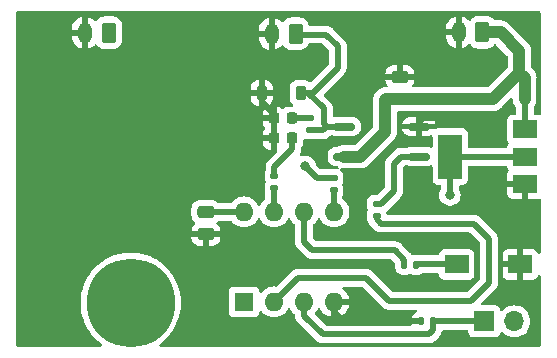
<source format=gbr>
%TF.GenerationSoftware,KiCad,Pcbnew,7.0.2*%
%TF.CreationDate,2023-10-13T13:02:29+05:00*%
%TF.ProjectId,IM100_Override,494d3130-305f-44f7-9665-72726964652e,V1.0*%
%TF.SameCoordinates,Original*%
%TF.FileFunction,Copper,L1,Top*%
%TF.FilePolarity,Positive*%
%FSLAX46Y46*%
G04 Gerber Fmt 4.6, Leading zero omitted, Abs format (unit mm)*
G04 Created by KiCad (PCBNEW 7.0.2) date 2023-10-13 13:02:29*
%MOMM*%
%LPD*%
G01*
G04 APERTURE LIST*
G04 Aperture macros list*
%AMRoundRect*
0 Rectangle with rounded corners*
0 $1 Rounding radius*
0 $2 $3 $4 $5 $6 $7 $8 $9 X,Y pos of 4 corners*
0 Add a 4 corners polygon primitive as box body*
4,1,4,$2,$3,$4,$5,$6,$7,$8,$9,$2,$3,0*
0 Add four circle primitives for the rounded corners*
1,1,$1+$1,$2,$3*
1,1,$1+$1,$4,$5*
1,1,$1+$1,$6,$7*
1,1,$1+$1,$8,$9*
0 Add four rect primitives between the rounded corners*
20,1,$1+$1,$2,$3,$4,$5,0*
20,1,$1+$1,$4,$5,$6,$7,0*
20,1,$1+$1,$6,$7,$8,$9,0*
20,1,$1+$1,$8,$9,$2,$3,0*%
G04 Aperture macros list end*
%TA.AperFunction,ComponentPad*%
%ADD10RoundRect,0.250000X0.350000X0.625000X-0.350000X0.625000X-0.350000X-0.625000X0.350000X-0.625000X0*%
%TD*%
%TA.AperFunction,ComponentPad*%
%ADD11O,1.200000X1.750000*%
%TD*%
%TA.AperFunction,ComponentPad*%
%ADD12C,7.500000*%
%TD*%
%TA.AperFunction,SMDPad,CuDef*%
%ADD13RoundRect,0.250000X0.475000X-0.250000X0.475000X0.250000X-0.475000X0.250000X-0.475000X-0.250000X0*%
%TD*%
%TA.AperFunction,SMDPad,CuDef*%
%ADD14RoundRect,0.250000X-0.475000X0.250000X-0.475000X-0.250000X0.475000X-0.250000X0.475000X0.250000X0*%
%TD*%
%TA.AperFunction,SMDPad,CuDef*%
%ADD15R,2.000000X1.600000*%
%TD*%
%TA.AperFunction,SMDPad,CuDef*%
%ADD16RoundRect,0.135000X0.185000X-0.135000X0.185000X0.135000X-0.185000X0.135000X-0.185000X-0.135000X0*%
%TD*%
%TA.AperFunction,SMDPad,CuDef*%
%ADD17RoundRect,0.218750X-0.218750X-0.256250X0.218750X-0.256250X0.218750X0.256250X-0.218750X0.256250X0*%
%TD*%
%TA.AperFunction,SMDPad,CuDef*%
%ADD18RoundRect,0.150000X0.750000X0.150000X-0.750000X0.150000X-0.750000X-0.150000X0.750000X-0.150000X0*%
%TD*%
%TA.AperFunction,SMDPad,CuDef*%
%ADD19RoundRect,0.135000X-0.135000X-0.185000X0.135000X-0.185000X0.135000X0.185000X-0.135000X0.185000X0*%
%TD*%
%TA.AperFunction,SMDPad,CuDef*%
%ADD20RoundRect,0.135000X0.135000X0.185000X-0.135000X0.185000X-0.135000X-0.185000X0.135000X-0.185000X0*%
%TD*%
%TA.AperFunction,SMDPad,CuDef*%
%ADD21RoundRect,0.225000X0.225000X0.375000X-0.225000X0.375000X-0.225000X-0.375000X0.225000X-0.375000X0*%
%TD*%
%TA.AperFunction,ComponentPad*%
%ADD22R,1.600000X1.600000*%
%TD*%
%TA.AperFunction,ComponentPad*%
%ADD23O,1.600000X1.600000*%
%TD*%
%TA.AperFunction,SMDPad,CuDef*%
%ADD24R,2.000000X1.500000*%
%TD*%
%TA.AperFunction,SMDPad,CuDef*%
%ADD25R,2.000000X3.800000*%
%TD*%
%TA.AperFunction,ComponentPad*%
%ADD26R,1.700000X1.700000*%
%TD*%
%TA.AperFunction,ComponentPad*%
%ADD27O,1.700000X1.700000*%
%TD*%
%TA.AperFunction,ViaPad*%
%ADD28C,0.800000*%
%TD*%
%TA.AperFunction,Conductor*%
%ADD29C,1.000000*%
%TD*%
%TA.AperFunction,Conductor*%
%ADD30C,0.500000*%
%TD*%
G04 APERTURE END LIST*
D10*
%TO.P,J1,1*%
%TO.N,+BATT*%
X139770000Y-82095000D03*
D11*
%TO.P,J1,2*%
%TO.N,GND*%
X137770000Y-82095000D03*
%TD*%
D12*
%TO.P,H1,*%
%TO.N,*%
X110000000Y-105000000D03*
%TD*%
D13*
%TO.P,C1,1*%
%TO.N,+BATT*%
X132785000Y-87745000D03*
%TO.P,C1,2*%
%TO.N,GND*%
X132785000Y-85845000D03*
%TD*%
D14*
%TO.P,C2,1*%
%TO.N,+3V3*%
X116360000Y-97300000D03*
%TO.P,C2,2*%
%TO.N,GND*%
X116360000Y-99200000D03*
%TD*%
D15*
%TO.P,SW1,1,1*%
%TO.N,BUTTON*%
X137585000Y-101735000D03*
%TO.P,SW1,2,2*%
%TO.N,GND*%
X142985000Y-101735000D03*
%TD*%
D10*
%TO.P,J3,1*%
%TO.N,VALVE*%
X123950000Y-82210000D03*
D11*
%TO.P,J3,2*%
%TO.N,GND*%
X121950000Y-82210000D03*
%TD*%
D16*
%TO.P,R1,1*%
%TO.N,Net-(U1-PB2)*%
X122165000Y-95245000D03*
%TO.P,R1,2*%
%TO.N,Net-(D1-A)*%
X122165000Y-94225000D03*
%TD*%
%TO.P,R3,1*%
%TO.N,Net-(U1-PB0)*%
X127175000Y-95475000D03*
%TO.P,R3,2*%
%TO.N,SHUTTER*%
X127175000Y-94455000D03*
%TD*%
D10*
%TO.P,J2,1*%
%TO.N,SHUTTER*%
X108125000Y-82125000D03*
D11*
%TO.P,J2,2*%
%TO.N,GND*%
X106125000Y-82125000D03*
%TD*%
D16*
%TO.P,R2,1*%
%TO.N,Net-(U1-PB3)*%
X130815000Y-97635000D03*
%TO.P,R2,2*%
%TO.N,Net-(R2-Pad2)*%
X130815000Y-96615000D03*
%TD*%
D17*
%TO.P,D1,1,K*%
%TO.N,GND*%
X122100000Y-91055000D03*
%TO.P,D1,2,A*%
%TO.N,Net-(D1-A)*%
X123675000Y-91055000D03*
%TD*%
D18*
%TO.P,U2,1*%
%TO.N,Net-(R2-Pad2)*%
X134375000Y-92615000D03*
%TO.P,U2,2*%
%TO.N,GND*%
X134375000Y-90075000D03*
%TO.P,U2,3*%
%TO.N,VALVE*%
X128075000Y-90075000D03*
%TO.P,U2,4*%
%TO.N,+BATT*%
X128075000Y-92615000D03*
%TD*%
D19*
%TO.P,R4,1*%
%TO.N,Net-(U1-PB1)*%
X133160000Y-101800000D03*
%TO.P,R4,2*%
%TO.N,BUTTON*%
X134180000Y-101800000D03*
%TD*%
D20*
%TO.P,R6,1*%
%TO.N,Net-(U1-PB4)*%
X135570000Y-106570000D03*
%TO.P,R6,2*%
%TO.N,GND*%
X134550000Y-106570000D03*
%TD*%
D21*
%TO.P,D4,1,K*%
%TO.N,VALVE*%
X124390000Y-87225000D03*
%TO.P,D4,2,A*%
%TO.N,GND*%
X121090000Y-87225000D03*
%TD*%
D22*
%TO.P,U1,1,~{RESET}/PB5*%
%TO.N,unconnected-(U1-~{RESET}{slash}PB5-Pad1)*%
X119590000Y-104920000D03*
D23*
%TO.P,U1,2,PB3*%
%TO.N,Net-(U1-PB3)*%
X122130000Y-104920000D03*
%TO.P,U1,3,PB4*%
%TO.N,Net-(U1-PB4)*%
X124670000Y-104920000D03*
%TO.P,U1,4,GND*%
%TO.N,GND*%
X127210000Y-104920000D03*
%TO.P,U1,5,PB0*%
%TO.N,Net-(U1-PB0)*%
X127210000Y-97300000D03*
%TO.P,U1,6,PB1*%
%TO.N,Net-(U1-PB1)*%
X124670000Y-97300000D03*
%TO.P,U1,7,PB2*%
%TO.N,Net-(U1-PB2)*%
X122130000Y-97300000D03*
%TO.P,U1,8,VCC*%
%TO.N,+3V3*%
X119590000Y-97300000D03*
%TD*%
D17*
%TO.P,D2,1,K*%
%TO.N,GND*%
X122090000Y-89355000D03*
%TO.P,D2,2,A*%
%TO.N,Net-(D2-A)*%
X123665000Y-89355000D03*
%TD*%
D16*
%TO.P,R5,1*%
%TO.N,VALVE*%
X125200000Y-90385000D03*
%TO.P,R5,2*%
%TO.N,Net-(D2-A)*%
X125200000Y-89365000D03*
%TD*%
D24*
%TO.P,U3,1,GND*%
%TO.N,GND*%
X143355000Y-94925000D03*
%TO.P,U3,2,VO*%
%TO.N,+3V3*%
X143355000Y-92625000D03*
D25*
X137055000Y-92625000D03*
D24*
%TO.P,U3,3,VI*%
%TO.N,+BATT*%
X143355000Y-90325000D03*
%TD*%
D26*
%TO.P,NTC1,1*%
%TO.N,Net-(U1-PB4)*%
X139930000Y-106570000D03*
D27*
%TO.P,NTC1,2*%
%TO.N,+3V3*%
X142470000Y-106570000D03*
%TD*%
D28*
%TO.N,GND*%
X143010000Y-98730000D03*
X116420000Y-82350000D03*
X139594680Y-94962446D03*
X129455000Y-86770000D03*
X117100000Y-85660000D03*
X134265000Y-95310000D03*
X139437517Y-90444006D03*
X116675000Y-93975000D03*
X114015000Y-91315000D03*
X113310000Y-82205000D03*
X134935000Y-103285000D03*
X132800000Y-82120000D03*
X115485000Y-102970000D03*
X116025000Y-106280000D03*
X119000000Y-88350000D03*
X140710000Y-90455000D03*
X135075000Y-99680000D03*
X113675000Y-95135000D03*
X141140000Y-94990000D03*
X129745000Y-82065000D03*
X130530000Y-94605000D03*
X120720000Y-107720000D03*
%TO.N,+3V3*%
X137119360Y-92624644D03*
X137015000Y-95890000D03*
%TO.N,SHUTTER*%
X124765000Y-93445000D03*
%TD*%
D29*
%TO.N,+BATT*%
X142910000Y-83690000D02*
X142910000Y-85510000D01*
X139770000Y-82095000D02*
X141315000Y-82095000D01*
X142910000Y-85510000D02*
X143350000Y-85950000D01*
D30*
X143355000Y-87770000D02*
X143355000Y-90325000D01*
D29*
X131510000Y-90540000D02*
X131510000Y-87835000D01*
X128075000Y-92615000D02*
X129435000Y-92615000D01*
X131510000Y-87835000D02*
X131590000Y-87755000D01*
X129435000Y-92615000D02*
X131510000Y-90540000D01*
X131590000Y-87755000D02*
X140665000Y-87755000D01*
X143350000Y-85950000D02*
X143350000Y-87765000D01*
X141315000Y-82095000D02*
X142910000Y-83690000D01*
X140665000Y-87755000D02*
X142910000Y-85510000D01*
D30*
X143350000Y-87765000D02*
X143355000Y-87770000D01*
%TO.N,GND*%
X121090000Y-88005000D02*
X121090000Y-87225000D01*
X142985000Y-98755000D02*
X143010000Y-98730000D01*
X134375000Y-89695000D02*
X134700000Y-89370000D01*
X142985000Y-101735000D02*
X142985000Y-98755000D01*
X143355000Y-94925000D02*
X141205000Y-94925000D01*
X134545000Y-106565000D02*
X127970000Y-106565000D01*
X127260000Y-105855000D02*
X127260000Y-104970000D01*
X127260000Y-104970000D02*
X127210000Y-104920000D01*
X122120000Y-89385000D02*
X122090000Y-89355000D01*
X134375000Y-90075000D02*
X134375000Y-89695000D01*
X141205000Y-94925000D02*
X141140000Y-94990000D01*
X121090000Y-87225000D02*
X120125000Y-87225000D01*
X122120000Y-91070000D02*
X122120000Y-89385000D01*
X122090000Y-89005000D02*
X121090000Y-88005000D01*
X134700000Y-89370000D02*
X139625000Y-89370000D01*
X120125000Y-87225000D02*
X119000000Y-88350000D01*
X122090000Y-89355000D02*
X122090000Y-89005000D01*
X139625000Y-89370000D02*
X140710000Y-90455000D01*
X127970000Y-106565000D02*
X127260000Y-105855000D01*
X134550000Y-106570000D02*
X134545000Y-106565000D01*
%TO.N,+3V3*%
X137055000Y-95850000D02*
X137015000Y-95890000D01*
X140550000Y-92625000D02*
X137055000Y-92625000D01*
X137055000Y-92625000D02*
X137055000Y-95850000D01*
X143355000Y-92625000D02*
X140550000Y-92625000D01*
X116360000Y-97300000D02*
X119590000Y-97300000D01*
%TO.N,Net-(D1-A)*%
X122165000Y-94225000D02*
X122165000Y-93520000D01*
X123675000Y-92010000D02*
X123675000Y-91055000D01*
X122165000Y-93520000D02*
X123675000Y-92010000D01*
%TO.N,Net-(D2-A)*%
X123665000Y-89355000D02*
X125062685Y-89355000D01*
X125062685Y-89355000D02*
X125072685Y-89365000D01*
%TO.N,VALVE*%
X126530000Y-82285000D02*
X124025000Y-82285000D01*
X125045000Y-87225000D02*
X126355000Y-88535000D01*
X126355000Y-89855000D02*
X126575000Y-90075000D01*
X126575000Y-90075000D02*
X126265000Y-90385000D01*
X124025000Y-82285000D02*
X123950000Y-82210000D01*
X124390000Y-87225000D02*
X125045000Y-87225000D01*
X126575000Y-90075000D02*
X128075000Y-90075000D01*
X124390000Y-87225000D02*
X125390000Y-87225000D01*
X125390000Y-87225000D02*
X127530000Y-85085000D01*
X126355000Y-88535000D02*
X126355000Y-89855000D01*
X126265000Y-90385000D02*
X125200000Y-90385000D01*
X127530000Y-85085000D02*
X127530000Y-83285000D01*
X127530000Y-83285000D02*
X126530000Y-82285000D01*
%TO.N,SHUTTER*%
X127175000Y-94455000D02*
X125775000Y-94455000D01*
X125775000Y-94455000D02*
X124765000Y-93445000D01*
%TO.N,Net-(U1-PB4)*%
X124670000Y-106105000D02*
X126245000Y-107680000D01*
X126245000Y-107680000D02*
X135210000Y-107680000D01*
X124670000Y-104920000D02*
X124670000Y-106105000D01*
X135210000Y-107680000D02*
X135570000Y-107320000D01*
X135570000Y-106570000D02*
X139930000Y-106570000D01*
X135570000Y-107320000D02*
X135570000Y-106570000D01*
%TO.N,Net-(U1-PB2)*%
X122130000Y-95280000D02*
X122165000Y-95245000D01*
X122130000Y-97300000D02*
X122130000Y-95280000D01*
%TO.N,Net-(U1-PB3)*%
X124165000Y-102885000D02*
X122130000Y-104920000D01*
X139035000Y-98285000D02*
X140335000Y-99585000D01*
X129890000Y-102885000D02*
X124165000Y-102885000D01*
X130815000Y-97635000D02*
X130815000Y-97910000D01*
X131825000Y-104820000D02*
X129890000Y-102885000D01*
X130815000Y-97910000D02*
X131190000Y-98285000D01*
X140335000Y-99585000D02*
X140335000Y-103285000D01*
X138800000Y-104820000D02*
X131825000Y-104820000D01*
X140335000Y-103285000D02*
X138800000Y-104820000D01*
X131190000Y-98285000D02*
X139035000Y-98285000D01*
%TO.N,Net-(R2-Pad2)*%
X132880000Y-92615000D02*
X134375000Y-92615000D01*
X131205000Y-96615000D02*
X132275000Y-95545000D01*
X132275000Y-95545000D02*
X132275000Y-93220000D01*
X130815000Y-96615000D02*
X131205000Y-96615000D01*
X132275000Y-93220000D02*
X132880000Y-92615000D01*
%TO.N,Net-(U1-PB0)*%
X127175000Y-97265000D02*
X127210000Y-97300000D01*
X127175000Y-95475000D02*
X127175000Y-97265000D01*
%TO.N,Net-(U1-PB1)*%
X133160000Y-101345000D02*
X132365000Y-100550000D01*
X124670000Y-99840000D02*
X124670000Y-97300000D01*
X133160000Y-101800000D02*
X133160000Y-101345000D01*
X132365000Y-100550000D02*
X125380000Y-100550000D01*
X125380000Y-100550000D02*
X124670000Y-99840000D01*
%TO.N,BUTTON*%
X134245000Y-101735000D02*
X134180000Y-101800000D01*
X137585000Y-101735000D02*
X134245000Y-101735000D01*
%TD*%
%TA.AperFunction,Conductor*%
%TO.N,GND*%
G36*
X144642539Y-80320185D02*
G01*
X144688294Y-80372989D01*
X144699500Y-80424500D01*
X144699500Y-88990717D01*
X144679815Y-89057756D01*
X144627011Y-89103511D01*
X144557853Y-89113455D01*
X144532167Y-89106899D01*
X144462485Y-89080909D01*
X144406166Y-89074854D01*
X144406165Y-89074853D01*
X144402873Y-89074500D01*
X144399551Y-89074500D01*
X144229500Y-89074500D01*
X144162461Y-89054815D01*
X144116706Y-89002011D01*
X144105500Y-88950500D01*
X144105500Y-88469816D01*
X144125185Y-88402777D01*
X144127725Y-88398979D01*
X144141503Y-88379184D01*
X144229295Y-88253049D01*
X144309540Y-88066058D01*
X144350500Y-87866741D01*
X144350500Y-85964276D01*
X144350540Y-85961135D01*
X144352757Y-85873638D01*
X144342350Y-85815574D01*
X144341041Y-85806242D01*
X144335074Y-85747562D01*
X144325962Y-85718520D01*
X144322226Y-85703297D01*
X144316858Y-85673347D01*
X144294976Y-85618566D01*
X144291816Y-85609689D01*
X144274159Y-85553412D01*
X144259395Y-85526812D01*
X144252660Y-85512631D01*
X144247313Y-85499244D01*
X144241377Y-85484383D01*
X144208917Y-85435131D01*
X144204036Y-85427074D01*
X144194813Y-85410457D01*
X144175409Y-85375498D01*
X144155582Y-85352403D01*
X144146146Y-85339888D01*
X144129402Y-85314481D01*
X144129400Y-85314479D01*
X144129399Y-85314477D01*
X144087700Y-85272779D01*
X144081294Y-85265867D01*
X144042868Y-85221106D01*
X144018805Y-85202480D01*
X144007026Y-85192105D01*
X143946819Y-85131898D01*
X143913334Y-85070575D01*
X143910500Y-85044217D01*
X143910500Y-83704277D01*
X143910540Y-83701135D01*
X143912757Y-83613640D01*
X143912756Y-83613639D01*
X143912757Y-83613637D01*
X143902344Y-83555545D01*
X143901042Y-83546260D01*
X143895074Y-83487562D01*
X143885962Y-83458524D01*
X143882224Y-83443291D01*
X143876858Y-83413348D01*
X143854975Y-83358563D01*
X143851815Y-83349686D01*
X143834159Y-83293412D01*
X143819398Y-83266817D01*
X143812663Y-83252636D01*
X143810341Y-83246823D01*
X143801378Y-83224383D01*
X143768901Y-83175106D01*
X143764040Y-83167082D01*
X143735409Y-83115498D01*
X143735408Y-83115496D01*
X143715593Y-83092415D01*
X143706144Y-83079883D01*
X143689402Y-83054481D01*
X143647699Y-83012779D01*
X143641292Y-83005866D01*
X143602865Y-82961103D01*
X143578802Y-82942477D01*
X143567022Y-82932102D01*
X142032567Y-81397647D01*
X142030412Y-81395438D01*
X141970059Y-81331947D01*
X141921640Y-81298246D01*
X141914118Y-81292575D01*
X141868405Y-81255300D01*
X141841440Y-81241215D01*
X141828019Y-81233084D01*
X141803049Y-81215705D01*
X141803048Y-81215704D01*
X141803046Y-81215703D01*
X141748845Y-81192443D01*
X141740336Y-81188402D01*
X141688053Y-81161092D01*
X141682126Y-81159396D01*
X141658798Y-81152721D01*
X141644020Y-81147459D01*
X141616058Y-81135460D01*
X141558272Y-81123583D01*
X141549128Y-81121338D01*
X141492421Y-81105113D01*
X141462075Y-81102802D01*
X141446534Y-81100622D01*
X141416742Y-81094500D01*
X141416741Y-81094500D01*
X141357758Y-81094500D01*
X141348344Y-81094142D01*
X141339198Y-81093445D01*
X141289524Y-81089663D01*
X141289523Y-81089663D01*
X141289522Y-81089663D01*
X141259349Y-81093506D01*
X141243683Y-81094500D01*
X140839378Y-81094500D01*
X140772339Y-81074815D01*
X140733839Y-81035596D01*
X140712711Y-81001342D01*
X140588657Y-80877288D01*
X140439334Y-80785186D01*
X140272797Y-80730000D01*
X140173141Y-80719819D01*
X140173122Y-80719818D01*
X140170009Y-80719500D01*
X140166860Y-80719500D01*
X139373141Y-80719500D01*
X139373121Y-80719500D01*
X139369992Y-80719501D01*
X139366860Y-80719820D01*
X139366858Y-80719821D01*
X139267203Y-80730000D01*
X139100665Y-80785186D01*
X138951342Y-80877288D01*
X138827287Y-81001343D01*
X138787905Y-81065192D01*
X138735957Y-81111917D01*
X138666995Y-81123138D01*
X138602913Y-81095295D01*
X138584897Y-81076748D01*
X138569728Y-81057460D01*
X138410963Y-80919888D01*
X138229036Y-80814853D01*
X138030511Y-80746143D01*
X138020000Y-80744631D01*
X138020000Y-81814382D01*
X137950948Y-81760637D01*
X137832576Y-81720000D01*
X137738927Y-81720000D01*
X137646554Y-81735414D01*
X137536486Y-81794981D01*
X137520000Y-81812889D01*
X137520000Y-80748740D01*
X137408593Y-80775768D01*
X137217494Y-80863039D01*
X137046378Y-80984892D01*
X136901407Y-81136933D01*
X136787833Y-81313655D01*
X136709755Y-81508685D01*
X136670000Y-81714962D01*
X136670000Y-81845000D01*
X137490440Y-81845000D01*
X137451722Y-81887059D01*
X137401449Y-82001670D01*
X137391114Y-82126395D01*
X137421837Y-82247719D01*
X137485394Y-82345000D01*
X136670000Y-82345000D01*
X136670000Y-82419450D01*
X136670281Y-82425359D01*
X136684964Y-82579120D01*
X136744149Y-82780687D01*
X136840412Y-82967412D01*
X136970269Y-83132538D01*
X137129036Y-83270111D01*
X137310963Y-83375146D01*
X137509485Y-83443855D01*
X137520000Y-83445366D01*
X137520000Y-82375617D01*
X137589052Y-82429363D01*
X137707424Y-82470000D01*
X137801073Y-82470000D01*
X137893446Y-82454586D01*
X138003514Y-82395019D01*
X138020000Y-82377110D01*
X138020000Y-83441257D01*
X138131410Y-83414229D01*
X138322505Y-83326960D01*
X138493624Y-83205105D01*
X138591479Y-83102478D01*
X138651987Y-83067543D01*
X138721778Y-83070867D01*
X138778692Y-83111395D01*
X138786761Y-83122951D01*
X138827288Y-83188657D01*
X138951342Y-83312711D01*
X138951344Y-83312712D01*
X139100666Y-83404814D01*
X139212017Y-83441712D01*
X139267202Y-83459999D01*
X139366858Y-83470180D01*
X139366859Y-83470180D01*
X139369991Y-83470500D01*
X140170008Y-83470499D01*
X140272797Y-83459999D01*
X140439334Y-83404814D01*
X140588656Y-83312712D01*
X140712712Y-83188656D01*
X140733838Y-83154404D01*
X140785787Y-83107679D01*
X140839378Y-83095500D01*
X140849217Y-83095500D01*
X140916256Y-83115185D01*
X140936898Y-83131819D01*
X141873182Y-84068103D01*
X141906666Y-84129424D01*
X141909500Y-84155782D01*
X141909500Y-85044217D01*
X141889815Y-85111256D01*
X141873181Y-85131898D01*
X140286899Y-86718181D01*
X140225576Y-86751666D01*
X140199218Y-86754500D01*
X133956586Y-86754500D01*
X133889547Y-86734815D01*
X133843792Y-86682011D01*
X133833848Y-86612853D01*
X133851047Y-86565404D01*
X133944357Y-86414122D01*
X133999506Y-86247696D01*
X134009680Y-86148109D01*
X134010000Y-86141831D01*
X134010000Y-86095000D01*
X131560001Y-86095000D01*
X131560001Y-86141829D01*
X131560321Y-86148111D01*
X131570493Y-86247695D01*
X131625642Y-86414122D01*
X131718953Y-86565404D01*
X131737393Y-86632796D01*
X131716470Y-86699460D01*
X131662828Y-86744229D01*
X131613414Y-86754500D01*
X131604262Y-86754500D01*
X131601121Y-86754460D01*
X131599839Y-86754427D01*
X131513637Y-86752242D01*
X131455580Y-86762648D01*
X131446251Y-86763957D01*
X131387562Y-86769926D01*
X131358527Y-86779035D01*
X131343290Y-86782774D01*
X131313350Y-86788141D01*
X131258567Y-86810022D01*
X131249698Y-86813179D01*
X131193410Y-86830841D01*
X131166809Y-86845605D01*
X131152639Y-86852335D01*
X131124385Y-86863622D01*
X131075121Y-86896087D01*
X131067070Y-86900964D01*
X131015498Y-86929590D01*
X130992414Y-86949407D01*
X130979887Y-86958853D01*
X130954481Y-86975598D01*
X130912777Y-87017301D01*
X130905870Y-87023701D01*
X130861109Y-87062129D01*
X130861105Y-87062133D01*
X130861105Y-87062134D01*
X130842477Y-87086197D01*
X130832109Y-87097968D01*
X130812640Y-87117437D01*
X130810393Y-87119629D01*
X130746947Y-87179940D01*
X130713245Y-87228361D01*
X130707573Y-87235882D01*
X130670301Y-87281593D01*
X130656210Y-87308566D01*
X130648082Y-87321983D01*
X130630705Y-87346950D01*
X130607439Y-87401165D01*
X130603399Y-87409671D01*
X130576090Y-87461952D01*
X130567720Y-87491201D01*
X130562459Y-87505978D01*
X130550460Y-87533942D01*
X130538587Y-87591713D01*
X130536342Y-87600860D01*
X130520113Y-87657580D01*
X130517802Y-87687925D01*
X130515622Y-87703466D01*
X130509500Y-87733258D01*
X130509500Y-87792241D01*
X130509141Y-87801656D01*
X130504663Y-87860476D01*
X130505460Y-87866739D01*
X130508506Y-87890656D01*
X130509499Y-87906318D01*
X130509499Y-90074217D01*
X130489814Y-90141256D01*
X130473180Y-90161898D01*
X129056899Y-91578181D01*
X128995576Y-91611666D01*
X128969218Y-91614500D01*
X128024258Y-91614500D01*
X128021147Y-91614816D01*
X128021134Y-91614817D01*
X127872559Y-91629926D01*
X127678412Y-91690841D01*
X127553107Y-91760391D01*
X127489472Y-91795711D01*
X127487909Y-91792895D01*
X127442637Y-91813318D01*
X127425558Y-91814500D01*
X127259306Y-91814500D01*
X127256886Y-91814690D01*
X127256871Y-91814691D01*
X127222427Y-91817402D01*
X127064602Y-91863255D01*
X126923134Y-91946919D01*
X126806919Y-92063134D01*
X126723255Y-92204602D01*
X126677402Y-92362427D01*
X126674691Y-92396871D01*
X126674690Y-92396886D01*
X126674500Y-92399306D01*
X126674500Y-92830694D01*
X126674690Y-92833114D01*
X126674691Y-92833128D01*
X126677402Y-92867572D01*
X126723255Y-93025397D01*
X126781168Y-93123323D01*
X126806919Y-93166865D01*
X126923135Y-93283081D01*
X127030011Y-93346287D01*
X127064602Y-93366744D01*
X127222427Y-93412597D01*
X127222431Y-93412598D01*
X127259306Y-93415500D01*
X127434838Y-93415500D01*
X127501877Y-93435185D01*
X127505663Y-93437717D01*
X127540430Y-93461916D01*
X127584208Y-93516369D01*
X127591597Y-93585847D01*
X127560251Y-93648290D01*
X127500121Y-93683873D01*
X127459865Y-93687308D01*
X127426618Y-93684691D01*
X127426598Y-93684690D01*
X127424181Y-93684500D01*
X127421735Y-93684500D01*
X126928243Y-93684500D01*
X126928217Y-93684500D01*
X126925820Y-93684501D01*
X126923429Y-93684689D01*
X126923406Y-93684690D01*
X126889794Y-93687335D01*
X126847662Y-93699576D01*
X126813067Y-93704500D01*
X126137229Y-93704500D01*
X126070190Y-93684815D01*
X126049548Y-93668181D01*
X125864134Y-93482767D01*
X125677771Y-93296403D01*
X125647521Y-93247040D01*
X125592179Y-93076715D01*
X125497533Y-92912783D01*
X125370870Y-92772110D01*
X125217730Y-92660848D01*
X125044802Y-92583855D01*
X124859648Y-92544500D01*
X124859646Y-92544500D01*
X124670354Y-92544500D01*
X124670352Y-92544500D01*
X124485196Y-92583855D01*
X124471157Y-92590106D01*
X124401907Y-92599390D01*
X124338630Y-92569760D01*
X124301418Y-92510625D01*
X124302084Y-92440758D01*
X124312834Y-92420217D01*
X124311981Y-92419819D01*
X124318107Y-92406679D01*
X124318110Y-92406677D01*
X124349832Y-92338647D01*
X124351348Y-92335516D01*
X124385040Y-92268433D01*
X124385040Y-92268429D01*
X124385610Y-92267296D01*
X124391999Y-92248917D01*
X124393944Y-92239496D01*
X124407431Y-92174171D01*
X124408186Y-92170767D01*
X124425500Y-92097721D01*
X124425500Y-92097717D01*
X124425790Y-92096494D01*
X124427769Y-92077123D01*
X124427732Y-92075859D01*
X124427733Y-92075856D01*
X124425552Y-92000888D01*
X124425500Y-91997283D01*
X124425500Y-91848034D01*
X124445185Y-91780995D01*
X124461756Y-91760430D01*
X124461778Y-91760393D01*
X124461781Y-91760391D01*
X124550049Y-91617287D01*
X124602936Y-91457685D01*
X124613000Y-91359174D01*
X124613000Y-91230137D01*
X124632685Y-91163098D01*
X124685489Y-91117343D01*
X124754647Y-91107399D01*
X124771590Y-91111060D01*
X124914796Y-91152665D01*
X124950819Y-91155500D01*
X125449180Y-91155499D01*
X125485204Y-91152665D01*
X125527337Y-91140424D01*
X125561933Y-91135500D01*
X126201294Y-91135500D01*
X126219264Y-91136809D01*
X126223320Y-91137402D01*
X126243023Y-91140289D01*
X126292368Y-91135972D01*
X126303176Y-91135500D01*
X126305100Y-91135500D01*
X126308709Y-91135500D01*
X126339550Y-91131894D01*
X126343031Y-91131539D01*
X126417797Y-91124999D01*
X126417797Y-91124998D01*
X126419052Y-91124889D01*
X126438062Y-91120674D01*
X126439250Y-91120241D01*
X126439255Y-91120241D01*
X126509820Y-91094557D01*
X126513095Y-91093419D01*
X126584334Y-91069814D01*
X126584336Y-91069812D01*
X126585536Y-91069415D01*
X126603063Y-91060929D01*
X126604112Y-91060238D01*
X126604117Y-91060237D01*
X126666806Y-91019005D01*
X126669798Y-91017099D01*
X126733656Y-90977712D01*
X126733656Y-90977711D01*
X126734729Y-90977050D01*
X126749824Y-90964753D01*
X126750692Y-90963832D01*
X126750696Y-90963830D01*
X126802170Y-90909269D01*
X126804652Y-90906715D01*
X126849552Y-90861817D01*
X126910876Y-90828333D01*
X126937231Y-90825500D01*
X127042673Y-90825500D01*
X127077268Y-90830424D01*
X127222427Y-90872597D01*
X127222431Y-90872598D01*
X127259306Y-90875500D01*
X127261751Y-90875500D01*
X128888249Y-90875500D01*
X128890694Y-90875500D01*
X128927569Y-90872598D01*
X129085398Y-90826744D01*
X129226865Y-90743081D01*
X129343081Y-90626865D01*
X129426744Y-90485398D01*
X129472598Y-90327569D01*
X129475500Y-90290694D01*
X129475500Y-89859306D01*
X129472598Y-89822431D01*
X129453757Y-89757582D01*
X129426744Y-89664602D01*
X129421653Y-89655993D01*
X129343081Y-89523135D01*
X129226865Y-89406919D01*
X129101315Y-89332669D01*
X129085397Y-89323255D01*
X128927572Y-89277402D01*
X128893128Y-89274691D01*
X128893114Y-89274690D01*
X128890694Y-89274500D01*
X127259306Y-89274500D01*
X127256889Y-89274690D01*
X127256868Y-89274691D01*
X127239227Y-89276080D01*
X127170850Y-89261715D01*
X127121093Y-89212663D01*
X127105499Y-89152462D01*
X127105499Y-88952315D01*
X127105499Y-88598691D01*
X127106809Y-88580732D01*
X127106857Y-88580410D01*
X127110289Y-88556977D01*
X127108314Y-88534401D01*
X127105972Y-88507629D01*
X127105500Y-88496823D01*
X127105500Y-88494901D01*
X127105500Y-88491291D01*
X127101903Y-88460520D01*
X127101536Y-88456929D01*
X127098639Y-88423815D01*
X127094999Y-88382203D01*
X127094998Y-88382201D01*
X127094889Y-88380949D01*
X127090672Y-88361930D01*
X127064592Y-88290274D01*
X127063408Y-88286868D01*
X127039814Y-88215666D01*
X127039812Y-88215663D01*
X127039415Y-88214464D01*
X127030929Y-88196936D01*
X127030237Y-88195884D01*
X127030237Y-88195883D01*
X126989001Y-88133188D01*
X126987086Y-88130181D01*
X126947048Y-88065269D01*
X126934748Y-88050170D01*
X126879273Y-87997832D01*
X126876686Y-87995319D01*
X126366548Y-87485181D01*
X126333063Y-87423858D01*
X126338047Y-87354166D01*
X126366548Y-87309819D01*
X127135067Y-86541300D01*
X128015642Y-85660724D01*
X128029260Y-85648954D01*
X128048530Y-85634610D01*
X128080366Y-85596667D01*
X128081894Y-85595000D01*
X131560000Y-85595000D01*
X132534999Y-85595000D01*
X132534999Y-84845000D01*
X133034999Y-84845000D01*
X133034999Y-85594999D01*
X133035001Y-85595000D01*
X134009998Y-85595000D01*
X134009999Y-85548170D01*
X134009678Y-85541888D01*
X133999506Y-85442304D01*
X133944357Y-85275877D01*
X133852316Y-85126654D01*
X133728345Y-85002683D01*
X133579122Y-84910642D01*
X133412696Y-84855493D01*
X133313109Y-84845319D01*
X133306832Y-84845000D01*
X133034999Y-84845000D01*
X132534999Y-84845000D01*
X132263171Y-84845000D01*
X132256888Y-84845321D01*
X132157304Y-84855493D01*
X131990877Y-84910642D01*
X131841654Y-85002683D01*
X131717683Y-85126654D01*
X131625642Y-85275877D01*
X131570493Y-85442303D01*
X131560319Y-85541890D01*
X131560000Y-85548168D01*
X131560000Y-85595000D01*
X128081894Y-85595000D01*
X128087680Y-85588688D01*
X128088264Y-85588103D01*
X128091591Y-85584777D01*
X128110833Y-85560439D01*
X128113090Y-85557670D01*
X128138983Y-85526812D01*
X128161302Y-85500214D01*
X128161303Y-85500211D01*
X128162115Y-85499244D01*
X128172573Y-85482827D01*
X128173106Y-85481682D01*
X128173111Y-85481677D01*
X128204833Y-85413646D01*
X128206362Y-85410488D01*
X128240040Y-85343433D01*
X128240040Y-85343432D01*
X128240612Y-85342294D01*
X128247000Y-85323914D01*
X128247255Y-85322675D01*
X128247257Y-85322673D01*
X128262447Y-85249103D01*
X128263186Y-85245770D01*
X128280500Y-85172721D01*
X128280500Y-85172716D01*
X128280791Y-85171489D01*
X128282770Y-85152122D01*
X128282733Y-85150859D01*
X128282734Y-85150856D01*
X128280550Y-85075801D01*
X128280499Y-85072332D01*
X128280499Y-83348703D01*
X128281809Y-83330729D01*
X128282361Y-83326960D01*
X128285289Y-83306977D01*
X128280972Y-83257629D01*
X128280500Y-83246823D01*
X128280500Y-83244901D01*
X128280500Y-83241291D01*
X128276903Y-83210520D01*
X128276536Y-83206929D01*
X128269889Y-83130949D01*
X128265672Y-83111930D01*
X128261645Y-83100867D01*
X128239591Y-83040273D01*
X128238408Y-83036868D01*
X128237955Y-83035500D01*
X128214814Y-82965666D01*
X128214812Y-82965663D01*
X128214415Y-82964464D01*
X128205929Y-82946936D01*
X128205237Y-82945884D01*
X128205237Y-82945883D01*
X128164001Y-82883188D01*
X128162086Y-82880181D01*
X128122048Y-82815269D01*
X128109748Y-82800170D01*
X128054273Y-82747832D01*
X128051686Y-82745319D01*
X127105728Y-81799360D01*
X127093946Y-81785727D01*
X127079609Y-81766469D01*
X127041666Y-81734631D01*
X127033691Y-81727323D01*
X127032329Y-81725961D01*
X127029777Y-81723409D01*
X127005444Y-81704169D01*
X127002647Y-81701890D01*
X126944251Y-81652890D01*
X126927821Y-81642422D01*
X126858691Y-81610186D01*
X126855447Y-81608615D01*
X126787306Y-81574394D01*
X126768903Y-81567997D01*
X126694211Y-81552574D01*
X126690692Y-81551794D01*
X126616490Y-81534208D01*
X126597121Y-81532229D01*
X126520869Y-81534448D01*
X126517263Y-81534500D01*
X125162427Y-81534500D01*
X125095388Y-81514815D01*
X125049633Y-81462011D01*
X125044977Y-81444860D01*
X125044271Y-81445095D01*
X125027803Y-81395399D01*
X124984814Y-81265666D01*
X124911904Y-81147459D01*
X124892711Y-81116342D01*
X124768657Y-80992288D01*
X124619334Y-80900186D01*
X124452797Y-80845000D01*
X124353141Y-80834819D01*
X124353122Y-80834818D01*
X124350009Y-80834500D01*
X124346860Y-80834500D01*
X123553141Y-80834500D01*
X123553121Y-80834500D01*
X123549992Y-80834501D01*
X123546860Y-80834820D01*
X123546858Y-80834821D01*
X123447203Y-80845000D01*
X123280665Y-80900186D01*
X123131342Y-80992288D01*
X123007287Y-81116343D01*
X122967905Y-81180192D01*
X122915957Y-81226917D01*
X122846995Y-81238138D01*
X122782913Y-81210295D01*
X122764897Y-81191748D01*
X122749728Y-81172460D01*
X122590963Y-81034888D01*
X122409036Y-80929853D01*
X122210511Y-80861143D01*
X122200000Y-80859631D01*
X122200000Y-81929382D01*
X122130948Y-81875637D01*
X122012576Y-81835000D01*
X121918927Y-81835000D01*
X121826554Y-81850414D01*
X121716486Y-81909981D01*
X121700000Y-81927889D01*
X121700000Y-80863740D01*
X121588593Y-80890768D01*
X121397494Y-80978039D01*
X121226378Y-81099892D01*
X121081407Y-81251933D01*
X120967833Y-81428655D01*
X120889755Y-81623685D01*
X120850000Y-81829962D01*
X120850000Y-81960000D01*
X121670440Y-81960000D01*
X121631722Y-82002059D01*
X121581449Y-82116670D01*
X121571114Y-82241395D01*
X121601837Y-82362719D01*
X121665394Y-82460000D01*
X120850000Y-82460000D01*
X120850000Y-82534450D01*
X120850281Y-82540359D01*
X120864964Y-82694120D01*
X120924149Y-82895687D01*
X121020412Y-83082412D01*
X121150269Y-83247538D01*
X121309036Y-83385111D01*
X121490963Y-83490146D01*
X121689485Y-83558855D01*
X121700000Y-83560366D01*
X121700000Y-82490617D01*
X121769052Y-82544363D01*
X121887424Y-82585000D01*
X121981073Y-82585000D01*
X122073446Y-82569586D01*
X122183514Y-82510019D01*
X122200000Y-82492110D01*
X122200000Y-83556257D01*
X122311410Y-83529229D01*
X122502505Y-83441960D01*
X122673624Y-83320105D01*
X122771479Y-83217478D01*
X122831987Y-83182543D01*
X122901778Y-83185867D01*
X122958692Y-83226395D01*
X122966761Y-83237951D01*
X123007288Y-83303657D01*
X123131342Y-83427711D01*
X123157516Y-83443855D01*
X123280666Y-83519814D01*
X123392016Y-83556712D01*
X123447202Y-83574999D01*
X123546858Y-83585180D01*
X123546859Y-83585180D01*
X123549991Y-83585500D01*
X124350008Y-83585499D01*
X124452797Y-83574999D01*
X124619334Y-83519814D01*
X124768656Y-83427712D01*
X124892712Y-83303656D01*
X124984814Y-83154334D01*
X124996027Y-83120494D01*
X125035801Y-83063050D01*
X125100317Y-83036228D01*
X125113733Y-83035500D01*
X126167770Y-83035500D01*
X126234809Y-83055185D01*
X126255451Y-83071819D01*
X126743181Y-83559548D01*
X126776666Y-83620871D01*
X126779500Y-83647229D01*
X126779500Y-84722769D01*
X126759815Y-84789808D01*
X126743181Y-84810450D01*
X125260003Y-86293628D01*
X125198680Y-86327113D01*
X125128988Y-86322129D01*
X125084641Y-86293628D01*
X125068044Y-86277031D01*
X124923699Y-86187997D01*
X124762707Y-86134650D01*
X124666477Y-86124819D01*
X124666458Y-86124818D01*
X124663345Y-86124500D01*
X124660196Y-86124500D01*
X124119805Y-86124500D01*
X124119785Y-86124500D01*
X124116656Y-86124501D01*
X124113524Y-86124820D01*
X124113522Y-86124821D01*
X124017292Y-86134650D01*
X123856300Y-86187997D01*
X123711955Y-86277031D01*
X123592031Y-86396955D01*
X123502997Y-86541300D01*
X123449650Y-86702292D01*
X123439819Y-86798522D01*
X123439817Y-86798542D01*
X123439500Y-86801655D01*
X123439500Y-86804802D01*
X123439500Y-86804803D01*
X123439500Y-87645194D01*
X123439500Y-87645213D01*
X123439501Y-87648344D01*
X123439820Y-87651476D01*
X123439821Y-87651477D01*
X123449650Y-87747707D01*
X123502997Y-87908699D01*
X123592031Y-88053044D01*
X123706806Y-88167819D01*
X123740291Y-88229142D01*
X123735307Y-88298834D01*
X123693435Y-88354767D01*
X123627971Y-88379184D01*
X123619125Y-88379500D01*
X123398326Y-88379500D01*
X123395213Y-88379817D01*
X123395193Y-88379819D01*
X123299814Y-88389563D01*
X123140214Y-88442450D01*
X122997105Y-88530721D01*
X122964826Y-88563000D01*
X122903503Y-88596485D01*
X122833811Y-88591499D01*
X122789464Y-88562998D01*
X122757581Y-88531114D01*
X122614573Y-88442906D01*
X122455083Y-88390056D01*
X122359775Y-88380319D01*
X122353496Y-88380000D01*
X122339999Y-88380000D01*
X122340000Y-89105000D01*
X122340000Y-90061880D01*
X122347166Y-90075004D01*
X122350000Y-90101362D01*
X122350000Y-92029998D01*
X122384135Y-92064134D01*
X122417620Y-92125457D01*
X122412636Y-92195149D01*
X122384135Y-92239496D01*
X121679358Y-92944272D01*
X121665727Y-92956053D01*
X121646468Y-92970391D01*
X121614635Y-93008328D01*
X121607338Y-93016292D01*
X121605972Y-93017657D01*
X121605950Y-93017681D01*
X121603409Y-93020223D01*
X121601173Y-93023050D01*
X121601171Y-93023053D01*
X121584176Y-93044546D01*
X121581902Y-93047337D01*
X121532894Y-93105744D01*
X121522418Y-93122187D01*
X121490192Y-93191294D01*
X121488622Y-93194536D01*
X121454393Y-93262692D01*
X121447996Y-93281098D01*
X121432573Y-93355788D01*
X121431793Y-93359305D01*
X121414208Y-93433506D01*
X121412229Y-93452879D01*
X121414448Y-93529129D01*
X121414500Y-93532735D01*
X121414500Y-93763860D01*
X121397234Y-93826978D01*
X121392130Y-93835607D01*
X121347335Y-93989793D01*
X121344691Y-94023384D01*
X121344690Y-94023400D01*
X121344500Y-94025819D01*
X121344500Y-94028263D01*
X121344500Y-94028264D01*
X121344500Y-94421756D01*
X121344500Y-94421781D01*
X121344501Y-94424180D01*
X121344689Y-94426571D01*
X121344690Y-94426593D01*
X121347335Y-94460205D01*
X121392130Y-94614392D01*
X121426128Y-94671881D01*
X121443309Y-94739605D01*
X121426128Y-94798119D01*
X121392130Y-94855607D01*
X121347335Y-95009793D01*
X121344691Y-95043384D01*
X121344690Y-95043400D01*
X121344500Y-95045819D01*
X121344500Y-95048263D01*
X121344500Y-95048264D01*
X121344500Y-95441756D01*
X121344500Y-95441781D01*
X121344501Y-95444180D01*
X121344689Y-95446571D01*
X121344690Y-95446593D01*
X121346913Y-95474847D01*
X121347335Y-95480204D01*
X121362988Y-95534082D01*
X121374576Y-95573968D01*
X121379499Y-95608562D01*
X121379500Y-96173336D01*
X121359816Y-96240375D01*
X121326626Y-96274909D01*
X121290860Y-96299953D01*
X121129953Y-96460860D01*
X120999433Y-96647263D01*
X120972382Y-96705275D01*
X120926209Y-96757714D01*
X120859015Y-96776865D01*
X120792134Y-96756649D01*
X120747618Y-96705275D01*
X120747617Y-96705273D01*
X120720568Y-96647266D01*
X120720566Y-96647263D01*
X120590046Y-96460859D01*
X120429140Y-96299953D01*
X120242735Y-96169432D01*
X120036497Y-96073261D01*
X119816689Y-96014364D01*
X119589999Y-95994531D01*
X119363310Y-96014364D01*
X119143502Y-96073261D01*
X118937264Y-96169432D01*
X118750859Y-96299953D01*
X118589953Y-96460859D01*
X118564912Y-96496623D01*
X118510336Y-96540248D01*
X118463337Y-96549500D01*
X117447230Y-96549500D01*
X117380191Y-96529815D01*
X117359553Y-96513185D01*
X117303656Y-96457288D01*
X117303655Y-96457287D01*
X117303654Y-96457286D01*
X117154334Y-96365186D01*
X116987797Y-96310000D01*
X116888141Y-96299819D01*
X116888122Y-96299818D01*
X116885009Y-96299500D01*
X116881860Y-96299500D01*
X115838140Y-96299500D01*
X115838120Y-96299500D01*
X115834992Y-96299501D01*
X115831860Y-96299820D01*
X115831858Y-96299821D01*
X115732203Y-96310000D01*
X115565665Y-96365186D01*
X115416342Y-96457288D01*
X115292288Y-96581342D01*
X115200186Y-96730665D01*
X115145000Y-96897202D01*
X115134819Y-96996858D01*
X115134817Y-96996878D01*
X115134500Y-96999991D01*
X115134500Y-97003138D01*
X115134500Y-97003139D01*
X115134500Y-97596858D01*
X115134500Y-97596877D01*
X115134501Y-97600008D01*
X115134820Y-97603140D01*
X115134821Y-97603141D01*
X115145000Y-97702796D01*
X115200186Y-97869334D01*
X115292288Y-98018657D01*
X115416340Y-98142709D01*
X115416342Y-98142710D01*
X115416344Y-98142712D01*
X115419652Y-98144752D01*
X115466379Y-98196698D01*
X115477603Y-98265660D01*
X115449762Y-98329744D01*
X115419659Y-98355830D01*
X115416654Y-98357683D01*
X115292683Y-98481654D01*
X115200642Y-98630877D01*
X115145493Y-98797303D01*
X115135319Y-98896890D01*
X115135000Y-98903168D01*
X115135000Y-98950000D01*
X117584999Y-98950000D01*
X117584999Y-98903170D01*
X117584678Y-98896888D01*
X117574506Y-98797304D01*
X117519357Y-98630877D01*
X117427316Y-98481654D01*
X117303344Y-98357682D01*
X117300343Y-98355831D01*
X117253618Y-98303883D01*
X117242397Y-98234921D01*
X117270240Y-98170839D01*
X117300345Y-98144753D01*
X117303656Y-98142712D01*
X117359550Y-98086817D01*
X117420871Y-98053334D01*
X117447230Y-98050500D01*
X118463337Y-98050500D01*
X118530376Y-98070185D01*
X118564912Y-98103377D01*
X118589953Y-98139140D01*
X118750859Y-98300046D01*
X118937264Y-98430567D01*
X118937265Y-98430567D01*
X118937266Y-98430568D01*
X119143504Y-98526739D01*
X119363308Y-98585635D01*
X119514436Y-98598856D01*
X119589999Y-98605468D01*
X119589999Y-98605467D01*
X119590000Y-98605468D01*
X119816692Y-98585635D01*
X120036496Y-98526739D01*
X120242734Y-98430568D01*
X120429139Y-98300047D01*
X120590047Y-98139139D01*
X120720568Y-97952734D01*
X120747618Y-97894724D01*
X120793790Y-97842285D01*
X120860983Y-97823133D01*
X120927865Y-97843348D01*
X120972382Y-97894725D01*
X120999431Y-97952733D01*
X121129953Y-98139140D01*
X121290859Y-98300046D01*
X121477264Y-98430567D01*
X121477265Y-98430567D01*
X121477266Y-98430568D01*
X121683504Y-98526739D01*
X121903308Y-98585635D01*
X122054435Y-98598856D01*
X122129999Y-98605468D01*
X122129999Y-98605467D01*
X122130000Y-98605468D01*
X122356692Y-98585635D01*
X122576496Y-98526739D01*
X122782734Y-98430568D01*
X122969139Y-98300047D01*
X123130047Y-98139139D01*
X123260568Y-97952734D01*
X123287618Y-97894724D01*
X123333790Y-97842285D01*
X123400983Y-97823133D01*
X123467865Y-97843348D01*
X123512382Y-97894725D01*
X123539431Y-97952733D01*
X123669953Y-98139140D01*
X123830857Y-98300044D01*
X123830860Y-98300046D01*
X123830861Y-98300047D01*
X123866623Y-98325087D01*
X123910247Y-98379661D01*
X123919500Y-98426662D01*
X123919500Y-99776294D01*
X123918191Y-99794264D01*
X123914711Y-99818023D01*
X123919028Y-99867368D01*
X123919500Y-99878175D01*
X123919500Y-99883709D01*
X123919916Y-99887272D01*
X123919917Y-99887282D01*
X123923098Y-99914496D01*
X123923464Y-99918082D01*
X123930109Y-99994041D01*
X123934329Y-100013071D01*
X123934758Y-100014251D01*
X123934759Y-100014255D01*
X123960413Y-100084742D01*
X123961582Y-100088107D01*
X123985580Y-100160524D01*
X123994075Y-100178072D01*
X124035979Y-100241784D01*
X124037889Y-100244782D01*
X124077288Y-100308656D01*
X124077952Y-100309732D01*
X124090253Y-100324831D01*
X124145710Y-100377152D01*
X124148297Y-100379665D01*
X124804268Y-101035635D01*
X124816044Y-101049260D01*
X124830390Y-101068530D01*
X124868339Y-101100373D01*
X124876314Y-101107681D01*
X124880224Y-101111591D01*
X124901137Y-101128127D01*
X124904541Y-101130818D01*
X124907304Y-101133069D01*
X124964786Y-101181302D01*
X124964788Y-101181303D01*
X124965750Y-101182110D01*
X124982180Y-101192578D01*
X124983322Y-101193110D01*
X124983323Y-101193111D01*
X125051350Y-101224832D01*
X125054527Y-101226371D01*
X125121567Y-101260040D01*
X125122702Y-101260610D01*
X125141085Y-101266999D01*
X125142322Y-101267254D01*
X125142328Y-101267257D01*
X125215852Y-101282437D01*
X125219286Y-101283199D01*
X125265566Y-101294168D01*
X125293506Y-101300791D01*
X125312879Y-101302770D01*
X125314141Y-101302733D01*
X125314145Y-101302734D01*
X125386534Y-101300627D01*
X125389132Y-101300552D01*
X125392738Y-101300500D01*
X132002770Y-101300500D01*
X132069809Y-101320185D01*
X132090451Y-101336819D01*
X132353181Y-101599549D01*
X132386666Y-101660872D01*
X132389500Y-101687230D01*
X132389500Y-102046756D01*
X132389500Y-102046781D01*
X132389501Y-102049180D01*
X132389689Y-102051571D01*
X132389690Y-102051593D01*
X132392335Y-102085205D01*
X132437130Y-102239392D01*
X132493454Y-102334631D01*
X132518865Y-102377598D01*
X132632402Y-102491135D01*
X132770607Y-102572869D01*
X132924796Y-102617665D01*
X132960819Y-102620500D01*
X133359180Y-102620499D01*
X133395204Y-102617665D01*
X133549393Y-102572869D01*
X133606879Y-102538871D01*
X133674601Y-102521688D01*
X133733120Y-102538871D01*
X133754924Y-102551766D01*
X133790606Y-102572869D01*
X133897529Y-102603932D01*
X133944796Y-102617665D01*
X133980819Y-102620500D01*
X134379180Y-102620499D01*
X134415204Y-102617665D01*
X134569393Y-102572869D01*
X134687928Y-102502767D01*
X134751048Y-102485500D01*
X135962649Y-102485500D01*
X136029688Y-102505185D01*
X136075443Y-102557989D01*
X136085939Y-102596247D01*
X136090909Y-102642484D01*
X136111238Y-102696987D01*
X136141204Y-102777331D01*
X136227454Y-102892546D01*
X136342669Y-102978796D01*
X136477517Y-103029091D01*
X136537127Y-103035500D01*
X138632872Y-103035499D01*
X138692483Y-103029091D01*
X138827331Y-102978796D01*
X138942546Y-102892546D01*
X139028796Y-102777331D01*
X139079091Y-102642483D01*
X139085500Y-102582873D01*
X139085499Y-100887128D01*
X139079091Y-100827517D01*
X139028796Y-100692669D01*
X138942546Y-100577454D01*
X138827331Y-100491204D01*
X138692483Y-100440909D01*
X138640816Y-100435354D01*
X138636166Y-100434854D01*
X138636165Y-100434853D01*
X138632873Y-100434500D01*
X138629550Y-100434500D01*
X136540439Y-100434500D01*
X136540420Y-100434500D01*
X136537128Y-100434501D01*
X136533848Y-100434853D01*
X136533840Y-100434854D01*
X136477515Y-100440909D01*
X136342669Y-100491204D01*
X136227454Y-100577454D01*
X136141204Y-100692668D01*
X136090910Y-100827515D01*
X136090909Y-100827517D01*
X136087492Y-100859304D01*
X136085938Y-100873755D01*
X136059200Y-100938306D01*
X136001807Y-100978154D01*
X135962648Y-100984500D01*
X134440303Y-100984500D01*
X134427915Y-100982736D01*
X134427869Y-100983332D01*
X134415204Y-100982335D01*
X134412807Y-100982146D01*
X134381615Y-100979691D01*
X134381600Y-100979690D01*
X134379181Y-100979500D01*
X134376735Y-100979500D01*
X133983243Y-100979500D01*
X133983217Y-100979500D01*
X133980820Y-100979501D01*
X133978408Y-100979690D01*
X133978401Y-100979691D01*
X133944792Y-100982334D01*
X133927941Y-100987230D01*
X133858072Y-100987029D01*
X133799403Y-100949085D01*
X133787811Y-100933250D01*
X133759362Y-100887127D01*
X133752712Y-100876345D01*
X133752710Y-100876343D01*
X133752046Y-100875266D01*
X133739748Y-100860170D01*
X133684273Y-100807832D01*
X133681686Y-100805319D01*
X132940728Y-100064360D01*
X132928946Y-100050727D01*
X132922684Y-100042316D01*
X132914610Y-100031470D01*
X132876667Y-99999631D01*
X132868691Y-99992323D01*
X132867329Y-99990961D01*
X132864777Y-99988409D01*
X132840444Y-99969169D01*
X132837647Y-99966890D01*
X132779251Y-99917890D01*
X132762821Y-99907422D01*
X132693691Y-99875186D01*
X132690447Y-99873615D01*
X132622306Y-99839394D01*
X132603903Y-99832997D01*
X132602673Y-99832743D01*
X132529206Y-99817572D01*
X132525692Y-99816794D01*
X132451490Y-99799208D01*
X132432121Y-99797229D01*
X132355869Y-99799448D01*
X132352263Y-99799500D01*
X125742229Y-99799500D01*
X125675190Y-99779815D01*
X125654548Y-99763181D01*
X125456819Y-99565451D01*
X125423334Y-99504128D01*
X125420500Y-99477770D01*
X125420500Y-98426662D01*
X125440185Y-98359623D01*
X125473375Y-98325088D01*
X125509139Y-98300047D01*
X125670047Y-98139139D01*
X125800568Y-97952734D01*
X125827618Y-97894724D01*
X125873790Y-97842285D01*
X125940983Y-97823133D01*
X126007865Y-97843348D01*
X126052382Y-97894725D01*
X126079431Y-97952733D01*
X126209953Y-98139140D01*
X126370859Y-98300046D01*
X126557264Y-98430567D01*
X126557265Y-98430567D01*
X126557266Y-98430568D01*
X126763504Y-98526739D01*
X126983308Y-98585635D01*
X127210000Y-98605468D01*
X127436692Y-98585635D01*
X127656496Y-98526739D01*
X127862734Y-98430568D01*
X128049139Y-98300047D01*
X128210047Y-98139139D01*
X128340568Y-97952734D01*
X128436739Y-97746496D01*
X128495635Y-97526692D01*
X128515468Y-97300000D01*
X128495635Y-97073308D01*
X128436739Y-96853504D01*
X128340568Y-96647266D01*
X128294410Y-96581344D01*
X128210046Y-96460859D01*
X128049140Y-96299953D01*
X127978376Y-96250404D01*
X127934751Y-96195827D01*
X127925499Y-96148829D01*
X127925499Y-96073261D01*
X127925499Y-95936135D01*
X127942769Y-95873016D01*
X127947869Y-95864393D01*
X127992665Y-95710204D01*
X127995500Y-95674181D01*
X127995499Y-95275820D01*
X127992665Y-95239796D01*
X127966212Y-95148745D01*
X127947869Y-95085606D01*
X127913872Y-95028122D01*
X127896688Y-94960399D01*
X127913872Y-94901878D01*
X127947869Y-94844393D01*
X127961313Y-94798119D01*
X127992665Y-94690204D01*
X127995500Y-94654181D01*
X127995499Y-94255820D01*
X127992665Y-94219796D01*
X127947869Y-94065607D01*
X127866135Y-93927402D01*
X127752598Y-93813865D01*
X127741521Y-93802788D01*
X127743450Y-93800858D01*
X127711605Y-93766749D01*
X127699104Y-93698007D01*
X127725753Y-93633419D01*
X127783090Y-93593491D01*
X127847368Y-93589629D01*
X127973259Y-93615500D01*
X129420721Y-93615500D01*
X129423862Y-93615539D01*
X129511363Y-93617757D01*
X129569432Y-93607348D01*
X129578736Y-93606043D01*
X129637438Y-93600074D01*
X129666467Y-93590965D01*
X129681700Y-93587226D01*
X129711653Y-93581858D01*
X129766426Y-93559978D01*
X129775301Y-93556819D01*
X129792675Y-93551367D01*
X129831588Y-93539159D01*
X129858194Y-93524390D01*
X129872362Y-93517662D01*
X129900617Y-93506377D01*
X129949879Y-93473909D01*
X129957910Y-93469043D01*
X130009502Y-93440409D01*
X130032587Y-93420589D01*
X130045114Y-93411144D01*
X130070519Y-93394402D01*
X130112251Y-93352668D01*
X130119123Y-93346300D01*
X130163895Y-93307866D01*
X130182524Y-93283798D01*
X130192883Y-93272036D01*
X132207390Y-91257528D01*
X132209560Y-91255412D01*
X132273053Y-91195059D01*
X132306759Y-91146630D01*
X132312428Y-91139113D01*
X132314307Y-91136809D01*
X132349698Y-91093407D01*
X132363783Y-91066439D01*
X132371918Y-91053015D01*
X132378373Y-91043740D01*
X132389295Y-91028049D01*
X132412568Y-90973815D01*
X132416588Y-90965350D01*
X132443909Y-90913049D01*
X132452275Y-90883808D01*
X132457539Y-90869019D01*
X132469540Y-90841058D01*
X132481417Y-90783256D01*
X132483652Y-90774148D01*
X132499886Y-90717418D01*
X132502196Y-90687078D01*
X132504376Y-90671540D01*
X132510500Y-90641742D01*
X132510500Y-90582754D01*
X132510858Y-90573339D01*
X132515337Y-90514524D01*
X132511628Y-90485397D01*
X132511493Y-90484339D01*
X132510500Y-90468676D01*
X132510500Y-90325000D01*
X132977704Y-90325000D01*
X132977900Y-90327488D01*
X133023719Y-90485200D01*
X133107317Y-90626557D01*
X133223442Y-90742682D01*
X133364802Y-90826282D01*
X133522506Y-90872099D01*
X133556923Y-90874808D01*
X133561803Y-90875000D01*
X134125000Y-90875000D01*
X134125000Y-90325000D01*
X132977704Y-90325000D01*
X132510500Y-90325000D01*
X132510500Y-89824999D01*
X132977704Y-89824999D01*
X132977705Y-89825000D01*
X134125000Y-89825000D01*
X134125000Y-89275000D01*
X134625000Y-89275000D01*
X134625000Y-89825000D01*
X135772295Y-89825000D01*
X135772295Y-89824999D01*
X135772099Y-89822511D01*
X135726280Y-89664799D01*
X135642682Y-89523442D01*
X135526557Y-89407317D01*
X135385197Y-89323717D01*
X135227493Y-89277900D01*
X135193076Y-89275191D01*
X135188197Y-89275000D01*
X134625000Y-89275000D01*
X134125000Y-89275000D01*
X133561803Y-89275000D01*
X133556923Y-89275191D01*
X133522506Y-89277900D01*
X133364802Y-89323717D01*
X133223442Y-89407317D01*
X133107317Y-89523442D01*
X133023719Y-89664799D01*
X132977900Y-89822511D01*
X132977704Y-89824999D01*
X132510500Y-89824999D01*
X132510500Y-88879500D01*
X132530185Y-88812461D01*
X132582989Y-88766706D01*
X132634500Y-88755500D01*
X140650721Y-88755500D01*
X140653862Y-88755539D01*
X140741363Y-88757757D01*
X140799432Y-88747348D01*
X140808736Y-88746043D01*
X140867438Y-88740074D01*
X140896467Y-88730965D01*
X140911700Y-88727226D01*
X140941653Y-88721858D01*
X140996426Y-88699978D01*
X141005301Y-88696819D01*
X141022675Y-88691367D01*
X141061588Y-88679159D01*
X141088194Y-88664390D01*
X141102362Y-88657662D01*
X141130617Y-88646377D01*
X141179879Y-88613909D01*
X141187910Y-88609043D01*
X141239502Y-88580409D01*
X141262587Y-88560589D01*
X141275114Y-88551144D01*
X141300519Y-88534402D01*
X141342251Y-88492668D01*
X141349123Y-88486300D01*
X141393895Y-88447866D01*
X141412519Y-88423803D01*
X141422880Y-88412039D01*
X142137821Y-87697098D01*
X142199142Y-87663615D01*
X142268834Y-87668599D01*
X142324767Y-87710471D01*
X142349184Y-87775935D01*
X142349500Y-87784780D01*
X142349500Y-87815742D01*
X142349816Y-87818853D01*
X142349817Y-87818865D01*
X142364926Y-87967440D01*
X142390883Y-88050170D01*
X142425841Y-88161588D01*
X142506836Y-88307513D01*
X142524591Y-88339502D01*
X142574586Y-88397739D01*
X142603318Y-88461427D01*
X142604500Y-88478509D01*
X142604500Y-88950500D01*
X142584815Y-89017539D01*
X142532011Y-89063294D01*
X142480501Y-89074500D01*
X142310439Y-89074500D01*
X142310420Y-89074500D01*
X142307128Y-89074501D01*
X142303848Y-89074853D01*
X142303840Y-89074854D01*
X142247515Y-89080909D01*
X142112669Y-89131204D01*
X141997454Y-89217454D01*
X141911204Y-89332668D01*
X141883511Y-89406919D01*
X141860909Y-89467517D01*
X141854500Y-89527127D01*
X141854500Y-89530448D01*
X141854500Y-89530449D01*
X141854500Y-91119560D01*
X141854500Y-91119578D01*
X141854501Y-91122872D01*
X141854853Y-91126152D01*
X141854854Y-91126159D01*
X141860909Y-91182484D01*
X141888497Y-91256451D01*
X141911204Y-91317331D01*
X141973606Y-91400690D01*
X141998023Y-91466152D01*
X141983172Y-91534425D01*
X141973606Y-91549309D01*
X141911205Y-91632666D01*
X141855466Y-91782110D01*
X141853944Y-91781542D01*
X141834579Y-91828302D01*
X141777188Y-91868153D01*
X141738024Y-91874500D01*
X138679499Y-91874500D01*
X138612460Y-91854815D01*
X138566705Y-91802011D01*
X138555499Y-91750500D01*
X138555499Y-90680439D01*
X138555499Y-90680438D01*
X138555499Y-90677128D01*
X138549091Y-90617517D01*
X138498796Y-90482669D01*
X138412546Y-90367454D01*
X138297331Y-90281204D01*
X138162483Y-90230909D01*
X138102873Y-90224500D01*
X138099550Y-90224500D01*
X136010439Y-90224500D01*
X136010420Y-90224500D01*
X136007128Y-90224501D01*
X136003848Y-90224853D01*
X136003840Y-90224854D01*
X135947515Y-90230909D01*
X135812668Y-90281204D01*
X135812669Y-90281204D01*
X135787203Y-90300267D01*
X135721741Y-90324684D01*
X135712894Y-90325000D01*
X134625000Y-90325000D01*
X134625000Y-90875000D01*
X135188197Y-90875000D01*
X135193076Y-90874808D01*
X135227493Y-90872099D01*
X135395905Y-90823171D01*
X135465774Y-90823370D01*
X135524444Y-90861312D01*
X135553288Y-90924950D01*
X135554500Y-90942247D01*
X135554500Y-91747232D01*
X135534815Y-91814271D01*
X135482011Y-91860026D01*
X135412853Y-91869970D01*
X135395905Y-91866308D01*
X135227572Y-91817402D01*
X135193128Y-91814691D01*
X135193114Y-91814690D01*
X135190694Y-91814500D01*
X133559306Y-91814500D01*
X133556886Y-91814690D01*
X133556871Y-91814691D01*
X133522427Y-91817402D01*
X133377268Y-91859576D01*
X133342673Y-91864500D01*
X132943706Y-91864500D01*
X132925736Y-91863191D01*
X132904127Y-91860026D01*
X132901977Y-91859711D01*
X132901976Y-91859711D01*
X132852634Y-91864028D01*
X132841827Y-91864500D01*
X132836291Y-91864500D01*
X132832717Y-91864917D01*
X132832711Y-91864918D01*
X132805487Y-91868099D01*
X132801906Y-91868465D01*
X132725952Y-91875111D01*
X132706926Y-91879329D01*
X132635245Y-91905417D01*
X132631842Y-91906600D01*
X132559474Y-91930580D01*
X132541927Y-91939076D01*
X132478236Y-91980965D01*
X132475196Y-91982902D01*
X132410280Y-92022943D01*
X132395165Y-92035255D01*
X132342848Y-92090708D01*
X132340336Y-92093294D01*
X131789358Y-92644272D01*
X131775727Y-92656053D01*
X131756468Y-92670391D01*
X131724635Y-92708328D01*
X131717338Y-92716292D01*
X131715972Y-92717657D01*
X131715950Y-92717681D01*
X131713409Y-92720223D01*
X131711173Y-92723050D01*
X131711171Y-92723053D01*
X131694176Y-92744546D01*
X131691902Y-92747337D01*
X131642894Y-92805744D01*
X131632418Y-92822187D01*
X131600192Y-92891294D01*
X131598622Y-92894536D01*
X131564393Y-92962692D01*
X131557996Y-92981098D01*
X131542573Y-93055788D01*
X131541793Y-93059305D01*
X131524208Y-93133506D01*
X131522229Y-93152879D01*
X131524448Y-93229129D01*
X131524500Y-93232735D01*
X131524500Y-95182769D01*
X131504815Y-95249808D01*
X131488181Y-95270450D01*
X130950449Y-95808181D01*
X130889126Y-95841666D01*
X130862768Y-95844500D01*
X130568243Y-95844500D01*
X130568217Y-95844500D01*
X130565820Y-95844501D01*
X130563429Y-95844689D01*
X130563406Y-95844690D01*
X130529794Y-95847335D01*
X130375607Y-95892130D01*
X130237401Y-95973865D01*
X130123865Y-96087401D01*
X130042130Y-96225607D01*
X129997335Y-96379793D01*
X129994691Y-96413384D01*
X129994690Y-96413400D01*
X129994500Y-96415819D01*
X129994500Y-96418263D01*
X129994500Y-96418264D01*
X129994500Y-96811756D01*
X129994500Y-96811781D01*
X129994501Y-96814180D01*
X129994689Y-96816571D01*
X129994690Y-96816593D01*
X129997335Y-96850205D01*
X130042130Y-97004392D01*
X130076127Y-97061878D01*
X130093310Y-97129602D01*
X130076128Y-97188118D01*
X130042130Y-97245606D01*
X129997335Y-97399793D01*
X129994691Y-97433384D01*
X129994690Y-97433400D01*
X129994500Y-97435819D01*
X129994500Y-97438263D01*
X129994500Y-97438264D01*
X129994500Y-97831756D01*
X129994500Y-97831781D01*
X129994501Y-97834180D01*
X129994689Y-97836571D01*
X129994690Y-97836593D01*
X129997335Y-97870205D01*
X130042130Y-98024392D01*
X130077463Y-98084136D01*
X130087254Y-98104849D01*
X130105410Y-98154736D01*
X130106592Y-98158137D01*
X130130581Y-98230525D01*
X130139075Y-98248072D01*
X130180979Y-98311784D01*
X130182889Y-98314782D01*
X130222288Y-98378656D01*
X130222952Y-98379732D01*
X130235253Y-98394830D01*
X130236168Y-98395693D01*
X130236170Y-98395696D01*
X130268992Y-98426662D01*
X130290708Y-98447150D01*
X130293295Y-98449663D01*
X130614269Y-98770637D01*
X130626051Y-98784270D01*
X130640390Y-98803531D01*
X130678338Y-98835373D01*
X130686313Y-98842681D01*
X130690223Y-98846591D01*
X130714556Y-98865830D01*
X130717335Y-98868095D01*
X130775752Y-98917113D01*
X130792179Y-98927578D01*
X130861320Y-98959819D01*
X130864567Y-98961391D01*
X130932700Y-98995609D01*
X130951088Y-99002000D01*
X130952322Y-99002254D01*
X130952327Y-99002257D01*
X131025829Y-99017432D01*
X131029307Y-99018204D01*
X131076866Y-99029476D01*
X131103502Y-99035790D01*
X131122876Y-99037769D01*
X131124140Y-99037732D01*
X131124144Y-99037733D01*
X131199110Y-99035552D01*
X131202716Y-99035500D01*
X138672770Y-99035500D01*
X138739809Y-99055185D01*
X138760451Y-99071819D01*
X139548181Y-99859548D01*
X139581666Y-99920871D01*
X139584500Y-99947229D01*
X139584500Y-102922770D01*
X139564815Y-102989809D01*
X139548181Y-103010451D01*
X138525451Y-104033181D01*
X138464128Y-104066666D01*
X138437770Y-104069500D01*
X132187230Y-104069500D01*
X132120191Y-104049815D01*
X132099549Y-104033181D01*
X130465728Y-102399360D01*
X130453946Y-102385727D01*
X130441892Y-102369536D01*
X130439610Y-102366470D01*
X130435846Y-102363312D01*
X130401666Y-102334631D01*
X130393691Y-102327323D01*
X130392329Y-102325961D01*
X130389777Y-102323409D01*
X130365444Y-102304169D01*
X130362647Y-102301890D01*
X130304251Y-102252890D01*
X130287821Y-102242422D01*
X130218691Y-102210186D01*
X130215447Y-102208615D01*
X130147306Y-102174394D01*
X130128903Y-102167997D01*
X130054211Y-102152574D01*
X130050692Y-102151794D01*
X129976490Y-102134208D01*
X129957121Y-102132229D01*
X129880869Y-102134448D01*
X129877263Y-102134500D01*
X124228706Y-102134500D01*
X124210736Y-102133191D01*
X124196853Y-102131157D01*
X124186977Y-102129711D01*
X124186976Y-102129711D01*
X124137631Y-102134028D01*
X124126824Y-102134500D01*
X124121291Y-102134500D01*
X124117730Y-102134916D01*
X124117715Y-102134917D01*
X124090501Y-102138098D01*
X124086916Y-102138464D01*
X124010961Y-102145109D01*
X123991921Y-102149330D01*
X123920232Y-102175421D01*
X123916831Y-102176603D01*
X123844474Y-102200580D01*
X123826927Y-102209075D01*
X123763221Y-102250975D01*
X123760181Y-102252912D01*
X123695280Y-102292944D01*
X123680164Y-102305257D01*
X123627831Y-102360726D01*
X123625319Y-102363312D01*
X122395348Y-103593282D01*
X122334025Y-103626767D01*
X122296860Y-103629129D01*
X122130000Y-103614531D01*
X121903310Y-103634364D01*
X121683502Y-103693261D01*
X121477264Y-103789432D01*
X121290859Y-103919953D01*
X121129951Y-104080861D01*
X121112725Y-104105463D01*
X121058148Y-104149088D01*
X120988649Y-104156280D01*
X120926295Y-104124757D01*
X120890882Y-104064527D01*
X120887861Y-104047592D01*
X120886312Y-104033181D01*
X120884091Y-104012517D01*
X120833796Y-103877669D01*
X120747546Y-103762454D01*
X120632331Y-103676204D01*
X120497483Y-103625909D01*
X120437873Y-103619500D01*
X120434550Y-103619500D01*
X118745439Y-103619500D01*
X118745420Y-103619500D01*
X118742128Y-103619501D01*
X118738848Y-103619853D01*
X118738840Y-103619854D01*
X118682515Y-103625909D01*
X118547669Y-103676204D01*
X118432454Y-103762454D01*
X118346204Y-103877668D01*
X118295910Y-104012515D01*
X118295909Y-104012517D01*
X118289500Y-104072127D01*
X118289500Y-104075448D01*
X118289500Y-104075449D01*
X118289500Y-105764560D01*
X118289500Y-105764578D01*
X118289501Y-105767872D01*
X118289853Y-105771152D01*
X118289854Y-105771159D01*
X118292646Y-105797131D01*
X118295909Y-105827483D01*
X118346204Y-105962331D01*
X118432454Y-106077546D01*
X118547669Y-106163796D01*
X118682517Y-106214091D01*
X118742127Y-106220500D01*
X120437872Y-106220499D01*
X120497483Y-106214091D01*
X120632331Y-106163796D01*
X120747546Y-106077546D01*
X120833796Y-105962331D01*
X120884091Y-105827483D01*
X120887862Y-105792404D01*
X120914598Y-105727856D01*
X120971989Y-105688006D01*
X121041814Y-105685511D01*
X121101904Y-105721162D01*
X121112726Y-105734537D01*
X121129953Y-105759140D01*
X121290859Y-105920046D01*
X121477264Y-106050567D01*
X121477265Y-106050567D01*
X121477266Y-106050568D01*
X121683504Y-106146739D01*
X121903308Y-106205635D01*
X122054435Y-106218856D01*
X122129999Y-106225468D01*
X122129999Y-106225467D01*
X122130000Y-106225468D01*
X122356692Y-106205635D01*
X122576496Y-106146739D01*
X122782734Y-106050568D01*
X122969139Y-105920047D01*
X123130047Y-105759139D01*
X123260568Y-105572734D01*
X123287618Y-105514724D01*
X123333790Y-105462285D01*
X123400983Y-105443133D01*
X123467865Y-105463348D01*
X123512382Y-105514725D01*
X123539431Y-105572733D01*
X123669953Y-105759140D01*
X123830856Y-105920043D01*
X123830859Y-105920045D01*
X123830861Y-105920047D01*
X123865910Y-105944588D01*
X123909534Y-105999164D01*
X123917477Y-106064130D01*
X123914710Y-106083019D01*
X123919028Y-106132368D01*
X123919500Y-106143175D01*
X123919500Y-106148709D01*
X123919916Y-106152272D01*
X123919917Y-106152282D01*
X123923098Y-106179496D01*
X123923464Y-106183082D01*
X123930109Y-106259041D01*
X123934329Y-106278071D01*
X123934758Y-106279251D01*
X123934759Y-106279255D01*
X123960413Y-106349742D01*
X123961582Y-106353107D01*
X123985580Y-106425524D01*
X123994075Y-106443072D01*
X124035979Y-106506784D01*
X124037889Y-106509782D01*
X124075033Y-106570000D01*
X124077952Y-106574732D01*
X124090253Y-106589830D01*
X124091168Y-106590693D01*
X124091170Y-106590696D01*
X124145709Y-106642151D01*
X124148296Y-106644664D01*
X125669267Y-108165634D01*
X125681048Y-108179266D01*
X125695390Y-108198530D01*
X125718324Y-108217774D01*
X125733339Y-108230373D01*
X125741314Y-108237681D01*
X125745223Y-108241590D01*
X125748055Y-108243829D01*
X125748065Y-108243838D01*
X125769542Y-108260819D01*
X125772298Y-108263063D01*
X125829786Y-108311302D01*
X125829788Y-108311303D01*
X125830757Y-108312116D01*
X125847177Y-108322576D01*
X125848321Y-108323109D01*
X125848323Y-108323111D01*
X125916357Y-108354835D01*
X125919456Y-108356335D01*
X125985667Y-108389588D01*
X125987704Y-108390611D01*
X126006084Y-108396998D01*
X126007321Y-108397253D01*
X126007327Y-108397256D01*
X126080862Y-108412439D01*
X126084209Y-108413181D01*
X126157279Y-108430500D01*
X126157281Y-108430500D01*
X126158505Y-108430790D01*
X126177876Y-108432769D01*
X126179140Y-108432732D01*
X126179144Y-108432733D01*
X126254110Y-108430552D01*
X126257716Y-108430500D01*
X135146294Y-108430500D01*
X135164264Y-108431809D01*
X135168320Y-108432402D01*
X135188023Y-108435289D01*
X135237368Y-108430972D01*
X135248176Y-108430500D01*
X135250100Y-108430500D01*
X135253709Y-108430500D01*
X135284550Y-108426894D01*
X135288031Y-108426539D01*
X135362797Y-108419999D01*
X135362797Y-108419998D01*
X135364052Y-108419889D01*
X135383062Y-108415674D01*
X135384250Y-108415241D01*
X135384255Y-108415241D01*
X135454820Y-108389557D01*
X135458095Y-108388419D01*
X135529334Y-108364814D01*
X135529336Y-108364812D01*
X135530536Y-108364415D01*
X135548063Y-108355929D01*
X135549112Y-108355238D01*
X135549117Y-108355237D01*
X135611806Y-108314005D01*
X135614798Y-108312099D01*
X135678656Y-108272712D01*
X135678656Y-108272711D01*
X135679729Y-108272050D01*
X135694824Y-108259753D01*
X135695692Y-108258832D01*
X135695696Y-108258830D01*
X135747184Y-108204254D01*
X135749630Y-108201736D01*
X136055642Y-107895724D01*
X136069260Y-107883954D01*
X136088530Y-107869610D01*
X136120366Y-107831667D01*
X136127680Y-107823688D01*
X136128264Y-107823103D01*
X136131591Y-107819777D01*
X136150833Y-107795439D01*
X136153090Y-107792670D01*
X136167853Y-107775075D01*
X136201302Y-107735214D01*
X136201303Y-107735211D01*
X136202115Y-107734244D01*
X136212573Y-107717827D01*
X136213106Y-107716682D01*
X136213111Y-107716677D01*
X136244833Y-107648646D01*
X136246362Y-107645488D01*
X136280040Y-107578433D01*
X136280040Y-107578432D01*
X136280612Y-107577294D01*
X136287000Y-107558914D01*
X136287255Y-107557675D01*
X136287257Y-107557673D01*
X136302447Y-107484102D01*
X136303182Y-107480784D01*
X136318561Y-107415898D01*
X136353177Y-107355209D01*
X136415110Y-107322866D01*
X136439218Y-107320500D01*
X138455501Y-107320500D01*
X138522540Y-107340185D01*
X138568295Y-107392989D01*
X138579501Y-107444499D01*
X138579501Y-107467872D01*
X138579853Y-107471152D01*
X138579854Y-107471159D01*
X138585909Y-107527484D01*
X138597169Y-107557673D01*
X138636204Y-107662331D01*
X138722454Y-107777546D01*
X138837669Y-107863796D01*
X138972517Y-107914091D01*
X139032127Y-107920500D01*
X140827872Y-107920499D01*
X140887483Y-107914091D01*
X141022331Y-107863796D01*
X141137546Y-107777546D01*
X141223796Y-107662331D01*
X141272810Y-107530916D01*
X141314681Y-107474983D01*
X141380146Y-107450566D01*
X141448419Y-107465418D01*
X141476673Y-107486569D01*
X141598599Y-107608495D01*
X141792170Y-107744035D01*
X142006337Y-107843903D01*
X142234592Y-107905063D01*
X142470000Y-107925659D01*
X142705408Y-107905063D01*
X142933663Y-107843903D01*
X143147830Y-107744035D01*
X143341401Y-107608495D01*
X143508495Y-107441401D01*
X143644035Y-107247830D01*
X143743903Y-107033663D01*
X143805063Y-106805408D01*
X143825659Y-106570000D01*
X143805063Y-106334592D01*
X143743903Y-106106337D01*
X143644035Y-105892171D01*
X143508495Y-105698599D01*
X143341401Y-105531505D01*
X143147830Y-105395965D01*
X142933663Y-105296097D01*
X142872501Y-105279709D01*
X142705407Y-105234936D01*
X142469999Y-105214340D01*
X142234592Y-105234936D01*
X142006336Y-105296097D01*
X141792170Y-105395965D01*
X141598601Y-105531503D01*
X141476673Y-105653431D01*
X141415350Y-105686915D01*
X141345658Y-105681931D01*
X141289725Y-105640059D01*
X141272810Y-105609082D01*
X141259253Y-105572734D01*
X141223796Y-105477669D01*
X141137546Y-105362454D01*
X141022331Y-105276204D01*
X140887483Y-105225909D01*
X140827873Y-105219500D01*
X140824551Y-105219500D01*
X139761229Y-105219500D01*
X139694190Y-105199815D01*
X139648435Y-105147011D01*
X139638491Y-105077853D01*
X139667516Y-105014297D01*
X139673548Y-105007819D01*
X140207863Y-104473504D01*
X140820642Y-103860724D01*
X140834260Y-103848954D01*
X140853530Y-103834610D01*
X140885366Y-103796667D01*
X140892680Y-103788688D01*
X140893264Y-103788103D01*
X140896591Y-103784777D01*
X140915833Y-103760439D01*
X140918090Y-103757670D01*
X140935435Y-103736999D01*
X140966302Y-103700214D01*
X140966303Y-103700211D01*
X140967115Y-103699244D01*
X140977573Y-103682827D01*
X140978106Y-103681682D01*
X140978111Y-103681677D01*
X141009833Y-103613646D01*
X141011362Y-103610488D01*
X141045040Y-103543433D01*
X141045040Y-103543432D01*
X141045612Y-103542294D01*
X141052000Y-103523914D01*
X141052255Y-103522675D01*
X141052257Y-103522673D01*
X141067447Y-103449103D01*
X141068186Y-103445770D01*
X141085500Y-103372721D01*
X141085500Y-103372716D01*
X141085791Y-103371489D01*
X141087770Y-103352121D01*
X141087733Y-103350859D01*
X141087734Y-103350856D01*
X141085552Y-103275868D01*
X141085500Y-103272262D01*
X141085500Y-101985000D01*
X141485000Y-101985000D01*
X141485000Y-102579518D01*
X141485354Y-102586132D01*
X141491400Y-102642371D01*
X141541647Y-102777089D01*
X141627811Y-102892188D01*
X141742910Y-102978352D01*
X141877628Y-103028599D01*
X141933867Y-103034645D01*
X141940482Y-103035000D01*
X142735000Y-103035000D01*
X142735000Y-101985000D01*
X141485000Y-101985000D01*
X141085500Y-101985000D01*
X141085500Y-101485000D01*
X141485000Y-101485000D01*
X142735000Y-101485000D01*
X142735000Y-100435000D01*
X141940482Y-100435000D01*
X141933867Y-100435354D01*
X141877628Y-100441400D01*
X141742910Y-100491647D01*
X141627811Y-100577811D01*
X141541647Y-100692910D01*
X141491400Y-100827628D01*
X141485354Y-100883867D01*
X141485000Y-100890481D01*
X141485000Y-101485000D01*
X141085500Y-101485000D01*
X141085500Y-99648705D01*
X141086809Y-99630735D01*
X141086961Y-99629691D01*
X141090289Y-99606977D01*
X141085972Y-99557629D01*
X141085500Y-99546823D01*
X141085500Y-99544901D01*
X141085500Y-99541291D01*
X141081903Y-99510520D01*
X141081536Y-99506929D01*
X141074889Y-99430949D01*
X141070672Y-99411930D01*
X141044592Y-99340274D01*
X141043408Y-99336868D01*
X141019814Y-99265666D01*
X141019812Y-99265663D01*
X141019415Y-99264464D01*
X141010929Y-99246936D01*
X141010237Y-99245884D01*
X141010237Y-99245883D01*
X140969001Y-99183188D01*
X140967086Y-99180181D01*
X140927048Y-99115269D01*
X140914748Y-99100170D01*
X140859273Y-99047832D01*
X140856686Y-99045319D01*
X139610728Y-97799360D01*
X139598946Y-97785727D01*
X139584609Y-97766469D01*
X139546666Y-97734631D01*
X139538691Y-97727323D01*
X139537329Y-97725961D01*
X139534777Y-97723409D01*
X139510444Y-97704169D01*
X139507647Y-97701890D01*
X139449251Y-97652890D01*
X139432821Y-97642422D01*
X139363691Y-97610186D01*
X139360447Y-97608615D01*
X139292306Y-97574394D01*
X139273903Y-97567997D01*
X139199211Y-97552574D01*
X139195692Y-97551794D01*
X139121490Y-97534208D01*
X139102121Y-97532229D01*
X139025869Y-97534448D01*
X139022263Y-97534500D01*
X131757890Y-97534500D01*
X131690851Y-97514815D01*
X131645096Y-97462011D01*
X131634272Y-97420222D01*
X131632665Y-97399795D01*
X131617892Y-97348947D01*
X131618091Y-97279078D01*
X131656032Y-97220407D01*
X131671870Y-97208813D01*
X131673656Y-97207712D01*
X131673658Y-97207709D01*
X131674732Y-97207047D01*
X131689824Y-97194753D01*
X131690692Y-97193832D01*
X131690696Y-97193830D01*
X131742185Y-97139253D01*
X131744631Y-97136735D01*
X132760641Y-96120725D01*
X132774258Y-96108957D01*
X132793530Y-96094610D01*
X132825372Y-96056661D01*
X132832686Y-96048681D01*
X132833264Y-96048102D01*
X132836591Y-96044776D01*
X132855853Y-96020413D01*
X132858076Y-96017686D01*
X132877505Y-95994532D01*
X132906302Y-95960214D01*
X132906303Y-95960211D01*
X132907115Y-95959244D01*
X132917573Y-95942828D01*
X132918107Y-95941680D01*
X132918111Y-95941677D01*
X132949845Y-95873621D01*
X132951371Y-95870470D01*
X132985040Y-95803433D01*
X132985040Y-95803431D01*
X132985609Y-95802299D01*
X132992002Y-95783906D01*
X133007431Y-95709184D01*
X133008212Y-95705660D01*
X133015102Y-95676593D01*
X133025500Y-95632721D01*
X133025500Y-95632720D01*
X133025791Y-95631493D01*
X133027770Y-95612120D01*
X133027733Y-95610858D01*
X133027734Y-95610855D01*
X133025552Y-95535868D01*
X133025500Y-95532262D01*
X133025500Y-93582228D01*
X133045185Y-93515189D01*
X133061810Y-93494556D01*
X133154550Y-93401816D01*
X133215872Y-93368334D01*
X133242229Y-93365500D01*
X133342673Y-93365500D01*
X133377268Y-93370424D01*
X133522427Y-93412597D01*
X133522431Y-93412598D01*
X133559306Y-93415500D01*
X133561751Y-93415500D01*
X135188249Y-93415500D01*
X135190694Y-93415500D01*
X135227569Y-93412598D01*
X135385398Y-93366744D01*
X135385400Y-93366742D01*
X135395904Y-93363691D01*
X135465774Y-93363890D01*
X135524444Y-93401832D01*
X135553288Y-93465470D01*
X135554500Y-93482767D01*
X135554500Y-94569560D01*
X135554500Y-94569578D01*
X135554501Y-94572872D01*
X135554853Y-94576152D01*
X135554854Y-94576159D01*
X135560909Y-94632484D01*
X135582438Y-94690206D01*
X135611204Y-94767331D01*
X135697454Y-94882546D01*
X135812669Y-94968796D01*
X135947517Y-95019091D01*
X136007127Y-95025500D01*
X136180500Y-95025499D01*
X136247539Y-95045183D01*
X136293294Y-95097987D01*
X136304500Y-95149499D01*
X136304500Y-95286396D01*
X136287887Y-95348396D01*
X136187820Y-95521715D01*
X136129326Y-95701742D01*
X136109540Y-95890000D01*
X136129326Y-96078257D01*
X136187820Y-96258284D01*
X136282466Y-96422216D01*
X136409129Y-96562889D01*
X136562269Y-96674151D01*
X136735197Y-96751144D01*
X136920352Y-96790500D01*
X136920354Y-96790500D01*
X137109648Y-96790500D01*
X137263893Y-96757714D01*
X137294803Y-96751144D01*
X137467730Y-96674151D01*
X137504738Y-96647263D01*
X137620870Y-96562889D01*
X137665628Y-96513181D01*
X137747533Y-96422216D01*
X137842179Y-96258284D01*
X137900674Y-96078256D01*
X137920460Y-95890000D01*
X137900674Y-95701744D01*
X137842179Y-95521716D01*
X137822112Y-95486958D01*
X137805500Y-95424959D01*
X137805500Y-95175000D01*
X141855000Y-95175000D01*
X141855000Y-95719518D01*
X141855354Y-95726132D01*
X141861400Y-95782371D01*
X141911647Y-95917089D01*
X141997811Y-96032188D01*
X142112910Y-96118352D01*
X142247628Y-96168599D01*
X142303867Y-96174645D01*
X142310482Y-96175000D01*
X143105000Y-96175000D01*
X143105000Y-95175000D01*
X141855000Y-95175000D01*
X137805500Y-95175000D01*
X137805500Y-95149499D01*
X137825185Y-95082460D01*
X137877989Y-95036705D01*
X137929500Y-95025499D01*
X138099561Y-95025499D01*
X138102872Y-95025499D01*
X138162483Y-95019091D01*
X138297331Y-94968796D01*
X138412546Y-94882546D01*
X138498796Y-94767331D01*
X138549091Y-94632483D01*
X138555500Y-94572873D01*
X138555500Y-93499499D01*
X138575185Y-93432461D01*
X138627989Y-93386706D01*
X138679500Y-93375500D01*
X140462279Y-93375500D01*
X141738024Y-93375500D01*
X141805063Y-93395185D01*
X141850818Y-93447989D01*
X141858534Y-93476116D01*
X141907171Y-93606518D01*
X141911204Y-93617331D01*
X141973918Y-93701106D01*
X141998335Y-93766569D01*
X141983484Y-93834842D01*
X141973918Y-93849726D01*
X141911648Y-93932908D01*
X141861400Y-94067628D01*
X141855354Y-94123867D01*
X141855000Y-94130481D01*
X141855000Y-94675000D01*
X143481000Y-94675000D01*
X143548039Y-94694685D01*
X143593794Y-94747489D01*
X143605000Y-94799000D01*
X143605000Y-96175000D01*
X144399518Y-96175000D01*
X144406132Y-96174645D01*
X144462371Y-96168599D01*
X144532166Y-96142567D01*
X144601858Y-96137583D01*
X144663181Y-96171067D01*
X144696666Y-96232390D01*
X144699500Y-96258749D01*
X144699500Y-100732599D01*
X144679815Y-100799638D01*
X144627011Y-100845393D01*
X144557853Y-100855337D01*
X144494297Y-100826312D01*
X144459318Y-100775933D01*
X144428352Y-100692910D01*
X144342188Y-100577811D01*
X144227089Y-100491647D01*
X144092371Y-100441400D01*
X144036132Y-100435354D01*
X144029518Y-100435000D01*
X143235000Y-100435000D01*
X143235000Y-103035000D01*
X144029518Y-103035000D01*
X144036132Y-103034645D01*
X144092371Y-103028599D01*
X144227089Y-102978352D01*
X144342188Y-102892188D01*
X144428352Y-102777088D01*
X144459318Y-102694067D01*
X144501189Y-102638133D01*
X144566654Y-102613716D01*
X144634927Y-102628568D01*
X144684332Y-102677973D01*
X144699500Y-102737400D01*
X144699500Y-108575500D01*
X144679815Y-108642539D01*
X144627011Y-108688294D01*
X144575500Y-108699500D01*
X112527736Y-108699500D01*
X112460697Y-108679815D01*
X112414942Y-108627011D01*
X112404998Y-108557853D01*
X112434023Y-108494297D01*
X112460695Y-108471185D01*
X112468328Y-108466281D01*
X112786642Y-108215956D01*
X113079720Y-107936507D01*
X113344907Y-107630464D01*
X113579803Y-107300600D01*
X113782279Y-106949900D01*
X113950503Y-106581543D01*
X114082950Y-106198862D01*
X114178421Y-105805325D01*
X114236052Y-105404494D01*
X114255320Y-105000000D01*
X114236052Y-104595506D01*
X114178421Y-104194675D01*
X114082950Y-103801138D01*
X113950503Y-103418457D01*
X113929053Y-103371489D01*
X113783505Y-103052784D01*
X113783502Y-103052779D01*
X113782279Y-103050100D01*
X113579803Y-102699400D01*
X113576005Y-102694067D01*
X113346619Y-102371940D01*
X113346617Y-102371938D01*
X113344907Y-102369536D01*
X113079720Y-102063493D01*
X112786642Y-101784044D01*
X112468328Y-101533719D01*
X112465855Y-101532129D01*
X112465847Y-101532124D01*
X112130141Y-101316379D01*
X112130134Y-101316375D01*
X112127660Y-101314785D01*
X112125052Y-101313440D01*
X112125046Y-101313437D01*
X111878356Y-101186260D01*
X111767724Y-101129225D01*
X111391779Y-100978719D01*
X111254145Y-100938306D01*
X111006066Y-100865463D01*
X111006051Y-100865459D01*
X111003230Y-100864631D01*
X111000332Y-100864072D01*
X111000326Y-100864071D01*
X110608496Y-100788552D01*
X110608493Y-100788551D01*
X110605595Y-100787993D01*
X110602675Y-100787714D01*
X110602660Y-100787712D01*
X110205411Y-100749780D01*
X110205405Y-100749779D01*
X110202476Y-100749500D01*
X109797524Y-100749500D01*
X109794595Y-100749779D01*
X109794588Y-100749780D01*
X109397339Y-100787712D01*
X109397321Y-100787714D01*
X109394405Y-100787993D01*
X109391509Y-100788551D01*
X109391503Y-100788552D01*
X108999673Y-100864071D01*
X108999663Y-100864073D01*
X108996770Y-100864631D01*
X108993952Y-100865458D01*
X108993933Y-100865463D01*
X108611047Y-100977889D01*
X108611042Y-100977890D01*
X108608221Y-100978719D01*
X108605496Y-100979809D01*
X108605490Y-100979812D01*
X108235018Y-101128127D01*
X108235013Y-101128129D01*
X108232276Y-101129225D01*
X108229655Y-101130575D01*
X108229651Y-101130578D01*
X107874953Y-101313437D01*
X107874938Y-101313445D01*
X107872340Y-101314785D01*
X107869874Y-101316369D01*
X107869858Y-101316379D01*
X107534152Y-101532124D01*
X107534134Y-101532136D01*
X107531672Y-101533719D01*
X107529374Y-101535526D01*
X107529363Y-101535534D01*
X107215670Y-101782225D01*
X107215659Y-101782233D01*
X107213358Y-101784044D01*
X107211235Y-101786067D01*
X107211226Y-101786076D01*
X106922404Y-102061467D01*
X106922395Y-102061475D01*
X106920280Y-102063493D01*
X106918359Y-102065709D01*
X106918358Y-102065711D01*
X106657022Y-102367309D01*
X106657015Y-102367317D01*
X106655093Y-102369536D01*
X106653391Y-102371925D01*
X106653380Y-102371940D01*
X106421914Y-102696987D01*
X106421902Y-102697005D01*
X106420197Y-102699400D01*
X106418725Y-102701949D01*
X106418717Y-102701962D01*
X106226644Y-103034645D01*
X106217721Y-103050100D01*
X106216504Y-103052762D01*
X106216494Y-103052784D01*
X106050723Y-103415770D01*
X106050715Y-103415789D01*
X106049497Y-103418457D01*
X106048535Y-103421236D01*
X106048530Y-103421249D01*
X105918018Y-103798339D01*
X105918013Y-103798353D01*
X105917050Y-103801138D01*
X105916354Y-103804004D01*
X105916353Y-103804010D01*
X105822275Y-104191803D01*
X105822272Y-104191817D01*
X105821579Y-104194675D01*
X105821159Y-104197594D01*
X105821158Y-104197601D01*
X105764366Y-104592593D01*
X105764364Y-104592610D01*
X105763948Y-104595506D01*
X105763808Y-104598438D01*
X105763808Y-104598442D01*
X105760399Y-104670000D01*
X105744680Y-105000000D01*
X105744820Y-105002939D01*
X105758784Y-105296097D01*
X105763948Y-105404494D01*
X105764364Y-105407391D01*
X105764366Y-105407406D01*
X105821158Y-105802398D01*
X105821579Y-105805325D01*
X105822273Y-105808186D01*
X105822275Y-105808196D01*
X105900540Y-106130807D01*
X105917050Y-106198862D01*
X105918015Y-106201652D01*
X105918018Y-106201660D01*
X106048530Y-106578750D01*
X106049497Y-106581543D01*
X106050718Y-106584217D01*
X106050723Y-106584229D01*
X106216494Y-106947215D01*
X106216500Y-106947228D01*
X106217721Y-106949900D01*
X106326408Y-107138152D01*
X106389728Y-107247827D01*
X106420197Y-107300600D01*
X106421908Y-107303003D01*
X106421914Y-107303012D01*
X106653380Y-107628059D01*
X106655093Y-107630464D01*
X106920280Y-107936507D01*
X107213358Y-108215956D01*
X107531672Y-108466281D01*
X107539302Y-108471185D01*
X107585058Y-108523987D01*
X107595002Y-108593145D01*
X107565978Y-108656701D01*
X107507200Y-108694477D01*
X107472264Y-108699500D01*
X100424500Y-108699500D01*
X100357461Y-108679815D01*
X100311706Y-108627011D01*
X100300500Y-108575500D01*
X100300500Y-99450000D01*
X115135001Y-99450000D01*
X115135001Y-99496829D01*
X115135321Y-99503111D01*
X115145493Y-99602695D01*
X115200642Y-99769122D01*
X115292683Y-99918345D01*
X115416654Y-100042316D01*
X115565877Y-100134357D01*
X115732303Y-100189506D01*
X115831890Y-100199680D01*
X115838168Y-100199999D01*
X116109999Y-100199999D01*
X116110000Y-100199998D01*
X116110000Y-99450000D01*
X116610000Y-99450000D01*
X116610000Y-100199999D01*
X116881829Y-100199999D01*
X116888111Y-100199678D01*
X116987695Y-100189506D01*
X117154122Y-100134357D01*
X117303345Y-100042316D01*
X117427316Y-99918345D01*
X117519357Y-99769122D01*
X117574506Y-99602696D01*
X117584680Y-99503109D01*
X117585000Y-99496831D01*
X117585000Y-99450000D01*
X116610000Y-99450000D01*
X116110000Y-99450000D01*
X115135001Y-99450000D01*
X100300500Y-99450000D01*
X100300500Y-91305000D01*
X121162501Y-91305000D01*
X121162501Y-91355993D01*
X121162821Y-91362275D01*
X121172556Y-91457582D01*
X121225406Y-91617073D01*
X121313614Y-91760081D01*
X121432418Y-91878885D01*
X121575426Y-91967093D01*
X121734916Y-92019943D01*
X121830206Y-92029678D01*
X121836522Y-92029999D01*
X121850000Y-92029999D01*
X121850000Y-91305000D01*
X121162501Y-91305000D01*
X100300500Y-91305000D01*
X100300500Y-89605000D01*
X121152501Y-89605000D01*
X121152501Y-89655993D01*
X121152821Y-89662275D01*
X121162556Y-89757582D01*
X121215406Y-89917073D01*
X121303613Y-90060078D01*
X121365852Y-90122317D01*
X121399337Y-90183640D01*
X121394353Y-90253332D01*
X121365853Y-90297680D01*
X121313613Y-90349920D01*
X121225406Y-90492926D01*
X121172556Y-90652416D01*
X121162819Y-90747724D01*
X121162500Y-90754004D01*
X121162500Y-90805000D01*
X121850000Y-90805000D01*
X121850000Y-90348119D01*
X121842834Y-90334996D01*
X121840000Y-90308638D01*
X121840000Y-89605000D01*
X121152501Y-89605000D01*
X100300500Y-89605000D01*
X100300500Y-89105000D01*
X121152500Y-89105000D01*
X121840000Y-89105000D01*
X121840000Y-88379999D01*
X121831820Y-88371821D01*
X121792633Y-88360316D01*
X121746876Y-88307513D01*
X121736931Y-88238355D01*
X121765953Y-88174798D01*
X121771988Y-88168316D01*
X121887575Y-88052729D01*
X121976546Y-87908486D01*
X122029856Y-87747606D01*
X122039680Y-87651445D01*
X122040000Y-87645167D01*
X122040000Y-87475000D01*
X121340000Y-87475000D01*
X121340000Y-88324999D01*
X121344501Y-88329500D01*
X121396211Y-88344684D01*
X121441966Y-88397488D01*
X121451910Y-88466646D01*
X121422885Y-88530202D01*
X121416853Y-88536680D01*
X121303614Y-88649918D01*
X121215406Y-88792926D01*
X121162556Y-88952416D01*
X121152819Y-89047724D01*
X121152500Y-89054004D01*
X121152500Y-89105000D01*
X100300500Y-89105000D01*
X100300500Y-87475000D01*
X120140001Y-87475000D01*
X120140001Y-87645165D01*
X120140321Y-87651447D01*
X120150143Y-87747605D01*
X120203453Y-87908486D01*
X120292426Y-88052732D01*
X120412267Y-88172573D01*
X120556513Y-88261546D01*
X120717393Y-88314856D01*
X120813536Y-88324678D01*
X120819851Y-88324999D01*
X120840000Y-88324999D01*
X120840000Y-87475000D01*
X120140001Y-87475000D01*
X100300500Y-87475000D01*
X100300500Y-86975000D01*
X120140000Y-86975000D01*
X120840000Y-86975000D01*
X120840000Y-86125000D01*
X121340000Y-86125000D01*
X121340000Y-86975000D01*
X122039999Y-86975000D01*
X122039999Y-86804834D01*
X122039678Y-86798552D01*
X122029856Y-86702394D01*
X121976546Y-86541513D01*
X121887573Y-86397267D01*
X121767732Y-86277426D01*
X121623486Y-86188453D01*
X121462606Y-86135143D01*
X121366445Y-86125319D01*
X121360168Y-86125000D01*
X121340000Y-86125000D01*
X120840000Y-86125000D01*
X120819836Y-86125000D01*
X120813550Y-86125321D01*
X120717394Y-86135143D01*
X120556513Y-86188453D01*
X120412267Y-86277426D01*
X120292426Y-86397267D01*
X120203453Y-86541513D01*
X120150143Y-86702393D01*
X120140319Y-86798554D01*
X120140000Y-86804832D01*
X120140000Y-86975000D01*
X100300500Y-86975000D01*
X100300500Y-82449450D01*
X105025000Y-82449450D01*
X105025281Y-82455359D01*
X105039964Y-82609120D01*
X105099149Y-82810687D01*
X105195412Y-82997412D01*
X105325269Y-83162538D01*
X105484036Y-83300111D01*
X105665963Y-83405146D01*
X105864485Y-83473855D01*
X105875000Y-83475366D01*
X105874999Y-82405617D01*
X105944052Y-82459363D01*
X106062424Y-82500000D01*
X106156073Y-82500000D01*
X106248446Y-82484586D01*
X106358514Y-82425019D01*
X106375000Y-82407110D01*
X106375000Y-83471257D01*
X106486410Y-83444229D01*
X106677505Y-83356960D01*
X106848624Y-83235105D01*
X106946479Y-83132478D01*
X107006987Y-83097543D01*
X107076778Y-83100867D01*
X107133692Y-83141395D01*
X107141761Y-83152951D01*
X107182288Y-83218657D01*
X107306342Y-83342711D01*
X107324956Y-83354192D01*
X107455666Y-83434814D01*
X107567016Y-83471712D01*
X107622202Y-83489999D01*
X107721858Y-83500180D01*
X107721859Y-83500180D01*
X107724991Y-83500500D01*
X108525008Y-83500499D01*
X108627797Y-83489999D01*
X108794334Y-83434814D01*
X108943656Y-83342712D01*
X109067712Y-83218656D01*
X109159814Y-83069334D01*
X109214999Y-82902797D01*
X109225500Y-82800009D01*
X109225499Y-81449992D01*
X109214999Y-81347203D01*
X109159814Y-81180666D01*
X109094525Y-81074815D01*
X109067711Y-81031342D01*
X108943657Y-80907288D01*
X108794334Y-80815186D01*
X108627797Y-80760000D01*
X108528141Y-80749819D01*
X108528122Y-80749818D01*
X108525009Y-80749500D01*
X108521860Y-80749500D01*
X107728141Y-80749500D01*
X107728121Y-80749500D01*
X107724992Y-80749501D01*
X107721860Y-80749820D01*
X107721858Y-80749821D01*
X107622203Y-80760000D01*
X107455665Y-80815186D01*
X107306342Y-80907288D01*
X107182287Y-81031343D01*
X107142905Y-81095192D01*
X107090957Y-81141917D01*
X107021995Y-81153138D01*
X106957913Y-81125295D01*
X106939897Y-81106748D01*
X106924728Y-81087460D01*
X106765963Y-80949888D01*
X106584036Y-80844853D01*
X106385511Y-80776143D01*
X106375000Y-80774631D01*
X106375000Y-81844382D01*
X106305948Y-81790637D01*
X106187576Y-81750000D01*
X106093927Y-81750000D01*
X106001554Y-81765414D01*
X105891486Y-81824981D01*
X105875000Y-81842889D01*
X105875000Y-80778740D01*
X105763593Y-80805768D01*
X105572494Y-80893039D01*
X105401378Y-81014892D01*
X105256407Y-81166933D01*
X105142833Y-81343655D01*
X105064755Y-81538685D01*
X105025000Y-81744962D01*
X105025000Y-81875000D01*
X105845440Y-81875000D01*
X105806722Y-81917059D01*
X105756449Y-82031670D01*
X105746114Y-82156395D01*
X105776837Y-82277719D01*
X105840394Y-82375000D01*
X105025000Y-82375000D01*
X105025000Y-82449450D01*
X100300500Y-82449450D01*
X100300500Y-80424500D01*
X100320185Y-80357461D01*
X100372989Y-80311706D01*
X100424500Y-80300500D01*
X144575500Y-80300500D01*
X144642539Y-80320185D01*
G37*
%TD.AperFunction*%
%TA.AperFunction,Conductor*%
G36*
X129594809Y-103655185D02*
G01*
X129615451Y-103671819D01*
X131249267Y-105305634D01*
X131261048Y-105319266D01*
X131275389Y-105338529D01*
X131275390Y-105338530D01*
X131313339Y-105370373D01*
X131321314Y-105377681D01*
X131325223Y-105381590D01*
X131328055Y-105383829D01*
X131328065Y-105383838D01*
X131349542Y-105400819D01*
X131352298Y-105403063D01*
X131409786Y-105451302D01*
X131409788Y-105451303D01*
X131410757Y-105452116D01*
X131427177Y-105462576D01*
X131428321Y-105463109D01*
X131428323Y-105463111D01*
X131496357Y-105494835D01*
X131499456Y-105496335D01*
X131566567Y-105530040D01*
X131567704Y-105530611D01*
X131586084Y-105536998D01*
X131587321Y-105537253D01*
X131587327Y-105537256D01*
X131660862Y-105552439D01*
X131664209Y-105553181D01*
X131737279Y-105570500D01*
X131737281Y-105570500D01*
X131738505Y-105570790D01*
X131757876Y-105572769D01*
X131759140Y-105572732D01*
X131759144Y-105572733D01*
X131834110Y-105570552D01*
X131837716Y-105570500D01*
X134091534Y-105570500D01*
X134158573Y-105590185D01*
X134204328Y-105642989D01*
X134214272Y-105712147D01*
X134185247Y-105775703D01*
X134154655Y-105801232D01*
X134022709Y-105879264D01*
X133909264Y-105992709D01*
X133827593Y-106130807D01*
X133782833Y-106284872D01*
X133780069Y-106320000D01*
X134675500Y-106320000D01*
X134742539Y-106339685D01*
X134788294Y-106392489D01*
X134799500Y-106444000D01*
X134799501Y-106696000D01*
X134779817Y-106763039D01*
X134727013Y-106808794D01*
X134675501Y-106820000D01*
X133780069Y-106820000D01*
X133771015Y-106829792D01*
X133763799Y-106864147D01*
X133714748Y-106913905D01*
X133654545Y-106929500D01*
X126607229Y-106929500D01*
X126540190Y-106909815D01*
X126519548Y-106893181D01*
X125615457Y-105989090D01*
X125581972Y-105927767D01*
X125586956Y-105858075D01*
X125615454Y-105813731D01*
X125670047Y-105759139D01*
X125800568Y-105572734D01*
X125827893Y-105514134D01*
X125874065Y-105461695D01*
X125941258Y-105442543D01*
X126008139Y-105462758D01*
X126052657Y-105514133D01*
X126079866Y-105572482D01*
X126210341Y-105758819D01*
X126371180Y-105919658D01*
X126557519Y-106050134D01*
X126763673Y-106146266D01*
X126959999Y-106198871D01*
X126960000Y-106198871D01*
X126960000Y-105235686D01*
X126971955Y-105247641D01*
X127084852Y-105305165D01*
X127178519Y-105320000D01*
X127241481Y-105320000D01*
X127335148Y-105305165D01*
X127448045Y-105247641D01*
X127460000Y-105235685D01*
X127460000Y-106198871D01*
X127656326Y-106146266D01*
X127862480Y-106050134D01*
X128048819Y-105919658D01*
X128209658Y-105758819D01*
X128340134Y-105572480D01*
X128436266Y-105366326D01*
X128488872Y-105170000D01*
X127525686Y-105170000D01*
X127537641Y-105158045D01*
X127595165Y-105045148D01*
X127614986Y-104920000D01*
X127595165Y-104794852D01*
X127537641Y-104681955D01*
X127525686Y-104670000D01*
X128488872Y-104670000D01*
X128488871Y-104669999D01*
X128436266Y-104473673D01*
X128340134Y-104267519D01*
X128209658Y-104081180D01*
X128048819Y-103920341D01*
X127964179Y-103861075D01*
X127920554Y-103806498D01*
X127913362Y-103736999D01*
X127944884Y-103674645D01*
X128005114Y-103639231D01*
X128035303Y-103635500D01*
X129527770Y-103635500D01*
X129594809Y-103655185D01*
G37*
%TD.AperFunction*%
%TD*%
M02*

</source>
